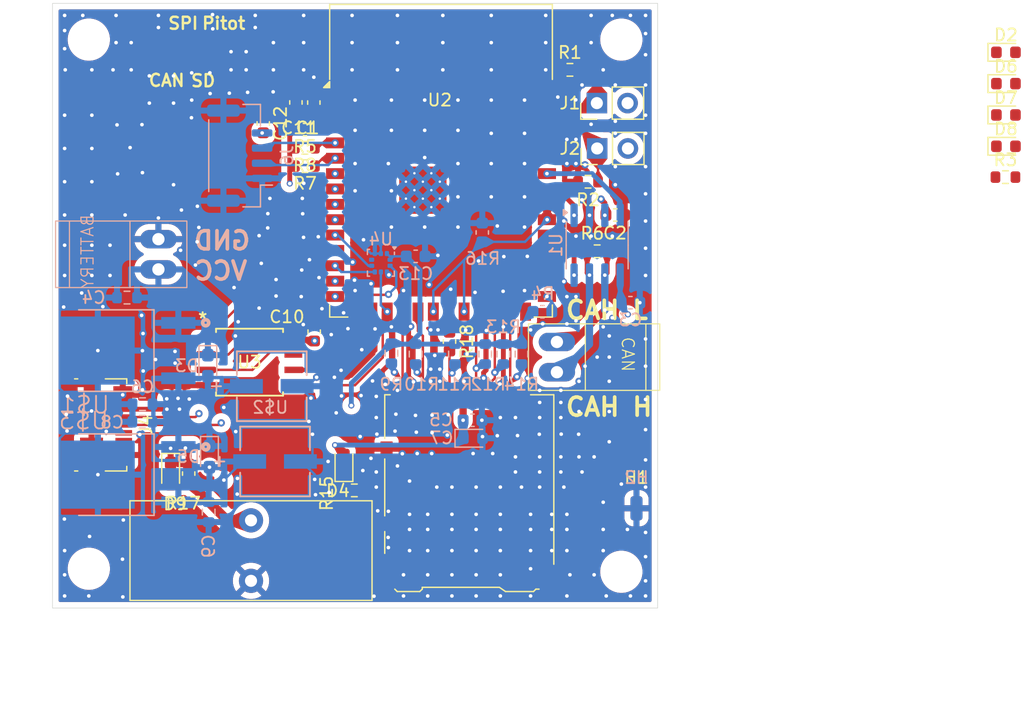
<source format=kicad_pcb>
(kicad_pcb (version 20240108) (generator "pcbnew") (generator_version "8.0")
  (layers (0 "F.Cu" signal) (1 "In1.Cu" signal) (2 "In2.Cu" signal) (3 "In3.Cu" signal) (4 "In4.Cu" signal) (5 "In5.Cu" signal) (6 "In6.Cu" signal) (31 "B.Cu" signal) (34 "B.Paste" user) (35 "F.Paste" user) (36 "B.SilkS" user "B.Silkscreen") (37 "F.SilkS" user "F.Silkscreen") (38 "B.Mask" user) (39 "F.Mask" user) (44 "Edge.Cuts" user))
  (net 0 "")
  (net 1 "GND")
  (net 2 "+5V")
  (net 3 "+3.3V")
  (net 4 "VCC")
  (net 5 "Net-(U2-IO0)")
  (net 6 "/DEV_INPUT1")
  (net 7 "/pitot_SDA")
  (net 8 "/pitot_SCL")
  (net 9 "/DEV_INPUT2")
  (net 10 "/DAT0_GPIO2")
  (net 11 "/DAT2_GPIO12")
  (net 12 "/DAT1_GPIO4")
  (net 13 "/DAT3_GPIO13")
  (net 14 "/CMD_GPIO15")
  (net 15 "/CLK_GPIO14")
  (net 16 "/CANL")
  (net 17 "/CANH")
  (net 18 "/RX_CAN")
  (net 19 "/TX_CAN")
  (net 20 "/SELECT_CAN")
  (net 21 "/MOSI_2")
  (net 22 "/CS_2")
  (net 23 "/CLK_2")
  (net 24 "/MISO_2")
  (net 25 "Net-(D4-K)")
  (net 27 "Net-(J4-D+)")
  (net 28 "Net-(J4-D-)")
  (net 29 "Net-(J7-DET_A)")
  (net 30 "Net-(U2-EN)")
  (net 38 "/LED_2")
  (net 39 "/LED_3")
  (net 40 "/LED_4")
  (net 41 "/LED_5")
  (net 42 "/TO_GND")
  (net 43 "/CON+")
  (net 45 "/CS_1")
  (net 46 "Net-(D2-K)")
  (net 47 "Net-(J7-CLK)")
  (footprint "MountingHole:MountingHole_3mm" (layer "F.Cu") (at 103 116.75)
    (property "Reference" "REF**" (hide yes))
    (property "Value" "MountingHole_3mm")
  )
  (footprint "Capacitor_SMD:C_0603_1608Metric" (layer "F.Cu") (at 132.8 97.97 -90)
    (property "Reference" "R18")
    (property "Value" "33")
  )
  (footprint "Capacitor_THT:C_Disc_D8.0mm_W5.0mm_P5.00mm" (layer "F.Cu") (at 116.4 117.75 90)
    (property "Reference" "U$5" (hide yes))
    (property "Value" "VEC5R4355QG-I")
  )
  (footprint "LED_SMD:LED_0603_1608Metric" (layer "F.Cu") (at 124.08 108.05 90)
    (property "Reference" "D4")
    (property "Value" "LED")
  )
  (footprint "Capacitor_SMD:C_0603_1608Metric" (layer "F.Cu") (at 111.25 108.88 -90)
    (property "Reference" "R17")
    (property "Value" "100")
  )
  (footprint "Resistor_SMD:R_0603_1608Metric" (layer "F.Cu") (at 144.25 84.75)
    (property "Reference" "R2")
    (property "Value" "10k")
  )
  (footprint "Capacitor_SMD:C_0603_1608Metric" (layer "F.Cu") (at 120.11 78.195 90)
    (property "Reference" "C11")
    (property "Value" "0.1μF")
  )
  (footprint "Resistor_SMD:R_0603_1608Metric" (layer "F.Cu") (at 142.75 75.5)
    (property "Reference" "R1")
    (property "Value" "10k")
  )
  (footprint "Connector_USB:USB_Micro-B_Molex_47346-0001" (layer "F.Cu") (at 104.425 104.8575 -90)
    (property "Reference" "J4")
    (property "Value" "USB_B_Micro")
  )
  (footprint "Diode_SMD:D_0603_1608Metric_Pad1.05x0.95mm_HandSolder" (layer "F.Cu") (at 109.76 108.88 -90)
    (property "Reference" "D9")
    (property "Value" "CGRM400-G")
  )
  (footprint "LED_SMD:LED_0603_1608Metric" (layer "F.Cu") (at 178.775 81.82)
    (property "Reference" "D8")
    (property "Value" "LED")
  )
  (footprint "Resistor_SMD:R_0603_1608Metric" (layer "F.Cu") (at 178.735 84.37)
    (property "Reference" "R3")
    (property "Value" "1k")
  )
  (footprint "MountingHole:MountingHole_3mm" (layer "F.Cu") (at 103 73)
    (property "Reference" "REF**" (hide yes))
    (property "Value" "MountingHole_3mm" (hide yes))
  )
  (footprint "Capacitor_SMD:C_0603_1608Metric" (layer "F.Cu") (at 146.5 87.5)
    (property "Reference" "C2")
    (property "Value" "0.1μ")
  )
  (footprint "Resistor_SMD:R_0603_1608Metric" (layer "F.Cu") (at 124.9375 110.27 180)
    (property "Reference" "R15")
    (property "Value" "100")
  )
  (footprint "Connector_PinHeader_2.54mm:PinHeader_1x02_P2.54mm_Vertical" (layer "F.Cu") (at 144.975 78.25 90)
    (property "Reference" "J1")
    (property "Value" "Conn_01x02_Pin")
  )
  (footprint "LED_SMD:LED_0603_1608Metric" (layer "F.Cu") (at 178.775 79.23)
    (property "Reference" "D7")
    (property "Value" "LED")
  )
  (footprint "Connector_Card:microSD_HC_Hirose_DM3AT-SF-PEJM5" (layer "F.Cu") (at 134.425 110.25)
    (property "Reference" "J7" (hide yes))
    (property "Value" "Micro_SD_Card_Det_Hirose_DM3AT")
  )
  (footprint "Resistor_SMD:R_0603_1608Metric" (layer "F.Cu") (at 120.85 81.95 180)
    (property "Reference" "R8")
    (property "Value" "4.7k")
  )
  (footprint "MountingHole:MountingHole_3mm" (layer "F.Cu") (at 147 117)
    (property "Reference" "REF**" (hide yes))
    (property "Value" "MountingHole_3mm")
  )
  (footprint "Resistor_SMD:R_0603_1608Metric" (layer "F.Cu") (at 145 90.5 180)
    (property "Reference" "R6")
    (property "Value" "120")
  )
  (footprint "Capacitor_SMD:C_0603_1608Metric" (layer "F.Cu") (at 121.62 97.1443 90)
    (property "Reference" "C10")
    (property "Value" "0.1μ")
  )
  (footprint "Connector_Wire:SolderWirePad_1x01_SMD_1x2mm" (layer "F.Cu") (at 148.25 111.75)
    (property "Reference" "H1")
    (property "Value" "MountingHole_Pad_MP")
  )
  (footprint "Connector_PinHeader_2.54mm:PinHeader_1x02_P2.54mm_Vertical" (layer "F.Cu") (at 145 82 90)
    (property "Reference" "J2")
    (property "Value" "Conn_01x02_Pin")
  )
  (footprint "LED_SMD:LED_0603_1608Metric" (layer "F.Cu") (at 178.775 74.05)
    (property "Reference" "D2")
    (property "Value" "LED")
  )
  (footprint "Resistor_SMD:R_0603_1608Metric" (layer "F.Cu") (at 120.855 83.46 180)
    (property "Reference" "R7")
    (property "Value" "4.7k")
  )
  (footprint "RF_Module:ESP32-S3-WROOM-1" (layer "F.Cu") (at 132.1 82.99)
    (property "Reference" "U2")
    (property "Value" "ESP32-S3-WROOM-1" (hide yes))
  )
  (footprint "LED_SMD:LED_0603_1608Metric" (layer "F.Cu") (at 178.775 76.64)
    (property "Reference" "D6")
    (property "Value" "LED")
  )
  (footprint "Capacitor_SMD:C_0603_1608Metric" (layer "F.Cu") (at 120.86 80.44)
    (property "Reference" "R5")
    (property "Value" "R")
  )
  (footprint "Capacitor_SMD:C_0603_1608Metric" (layer "F.Cu") (at 117.41 79.93 -90)
    (property "Reference" "C12")
    (property "Value" "0.1μ")
  )
  (footprint "Capacitor_SMD:C_0603_1608Metric" (layer "F.Cu") (at 121.59 78.205 90)
    (property "Reference" "C1")
    (property "Value" "10μF")
  )
  (footprint "MountingHole:MountingHole_3mm" (layer "F.Cu") (at 147 73)
    (property "Reference" "REF**" (hide yes))
    (property "Value" "MountingHole_3mm" (hide yes))
  )
  (footprint "S25FL127:SOC008_SPA" (layer "F.Cu") (at 116.2795 99.6693)
    (property "Reference" "U3")
    (property "Value" "S25FL127SABNFI100")
  )
  (footprint "Library:ILG2pin" (layer "F.Cu") (at 141.675 99.25 -90)
    (property "Reference" "CAN")
    (property "Value" "~")
  )
  (footprint "Capacitor_SMD:C_0603_1608Metric" (layer "B.Cu") (at 134.7 104.47)
    (property "Reference" "C5")
    (property "Value" "0.1μ")
  )
  (footprint "Connector_JST:JST_GH_SM04B-GHS-TB_1x04-1MP_P1.25mm_Horizontal" (layer "B.Cu") (at 115.47 82.595 90)
    (property "Reference" "J6")
    (property "Value" "to_pitot")
  )
  (footprint "Resistor_SMD:R_0603_1608Metric" (layer "B.Cu") (at 128 98.925 90)
    (property "Reference" "R9")
    (property "Value" "10K")
  )
  (footprint "Capacitor_SMD:C_0603_1608Metric" (layer "B.Cu") (at 135.51 88.945 90)
    (property "Reference" "R16")
    (property "Value" "10k")
  )
  (footprint "Resistor_SMD:R_0603_1608Metric" (layer "B.Cu") (at 106.155 94.33 180)
    (property "Reference" "C4")
    (property "Value" "0.33μF")
  )
  (footprint "Resistor_SMD:R_0603_1608Metric" (layer "B.Cu") (at 107.435 103.14 180)
    (property "Reference" "C6")
    (property "Value" "2.2μF")
  )
  (footprint "Library:ILG2pin" (layer "B.Cu") (at 108.75 90.75 -90)
    (property "Reference" "BATTERY")
    (property "Value" "L2")
  )
  (footprint "Resistor_SMD:R_0603_1608Metric" (layer "B.Cu") (at 137.25 99 90)
    (property "Reference" "R13")
    (property "Value" "10K")
  )
  (footprint "Package_SO:SOIC-8_3.9x4.9mm_P1.27mm" (layer "B.Cu") (at 145 90 -90)
    (property "Reference" "U1")
    (property "Value" "MCP2562-E-SN")
  )
  (footprint "Resistor_SMD:R_0603_1608Metric" (layer "B.Cu") (at 112.9 112.065 -90)
    (property "Reference" "C9")
    (property "Value" "2.2μF")
  )
  (footprint "Resistor_SMD:R_0603_1608Metric" (layer "B.Cu") (at 133.25 99 90)
    (property "Reference" "R11")
    (property "Value" "10K")
  )
  (footprint "Capacitor_SMD:C_0603_1608Metric" (layer "B.Cu") (at 130.005 90.92)
    (property "Reference" "C13")
    (property "Value" "0.1μ")
  )
  (footprint "footprint:DPAK229P990X238-4N" (layer "B.Cu") (at 106.26 108.97 -90)
    (property "Reference" "U$3")
    (property "Value" "NJM2391DL1-33")
  )
  (footprint "Resistor_SMD:R_0603_1608Metric" (layer "B.Cu") (at 135.75 99 90)
    (property "Reference" "R12")
    (property "Value" "10K")
  )
  (footprint "Diode_SMD:D_0603_1608Metric_Pad1.05x0.95mm_HandSolder" (layer "B.Cu") (at 112.835 99.9625 -90)
    (property "Reference" "D3")
    (property "Value" "CGRM400-G")
  )
  (footprint "footprints:PCAP_5x5.8-ELECT_NCA" (layer "B.Cu") (at 118.1155 101.66)
    (property "Reference" "U$2")
    (property "Value" "UCD0J470MCL1GS")
  )
  (footprint "Diode_SMD:D_0603_1608Metric" (layer "B.Cu") (at 134.74 105.96)
    (property "Reference" "C7")
    (property "Value" "10μ")
  )
  (footprint "Resistor_SMD:R_0603_1608Metric" (layer "B.Cu") (at 138.75 99 90)
    (property "Reference" "R14")
    (property "Value" "10K")
  )
  (footprint "Resistor_SMD:R_0603_1608Metric" (layer "B.Cu") (at 130 99 90)
    (property "Reference" "R10")
    (property "Value" "10K" (hide yes))
  )
  (footprint "Resistor_SMD:R_0603_1608Metric" (layer "B.Cu") (at 107.425 104.6 180)
    (property "Reference" "C8")
    (property "Value" "0.33μ")
  )
  (footprint "Capacitor_SMD:C_0603_1608Metric" (layer "B.Cu") (at 140.475 95.5)
    (property "Reference" "R4")
    (property "Value" "R")
  )
  (footprint "Connector_Wire:SolderWirePad_1x01_SMD_1x2mm" (layer "B.Cu") (at 148.25 111.75 180)
    (property "Reference" "H2")
    (property "Value" "MountingHole_Pad_MP")
  )
  (footprint "footprints:PCAP_5x5.8-ELECT_NCA" (layer "B.Cu") (at 118.3855 107.88)
    (property "Reference" "U$4" (hide yes))
    (property "Value" "UCD0J470MCL1GS")
  )
  (footprint "Capacitor_SMD:C_0603_1608Metric" (layer "B.Cu") (at 147.75 94.75)
    (property "Reference" "C3")
    (property "Value" "0.1μ")
  )
  (footprint "Diode_SMD:D_0603_1608Metric_Pad1.05x0.95mm_HandSolder" (layer "B.Cu") (at 112.968 107.479 -90)
    (property "Reference" "D5")
    (property "Value" "CGRM400-G")
  )
  (footprint "Package_LGA:ST_HLGA-10_2x2mm_P0.5mm_LayoutBorder3x2y" (layer "B.Cu") (at 127.13 91.4525 180)
    (property "Reference" "U4")
    (property "Value" "LPS22HH")
  )
  (footprint "footprint:DPAK229P990X238-4N" (layer "B.Cu") (at 106.255 98.71 -90)
    (property "Reference" "U$1")
    (property "Value" "NJM2391DL1-33")
  )
  (gr_rect (start 100 70) (end 150 120) (stroke (width 0.05)) (fill none) (layer "Edge.Cuts"))
  (gr_text "GND" (at 116.5 90.5 0) (layer "B.SilkS") (effects (font (size 1.5 1.5) (thickness 0.3) (bold yes)) (justify left bottom mirror)))
  (gr_text "VCC\n" (at 116.25 93 0) (layer "B.SilkS") (effects (font (size 1.5 1.5) (thickness 0.3) (bold yes)) (justify left bottom mirror)))
  (gr_text "CAH L" (at 142.25 96.25 0) (layer "F.SilkS") (effects (font (size 1.5 1.5) (thickness 0.3) (bold yes)) (justify left bottom)))
  (gr_text "CAH H" (at 142.25 104.25 0) (layer "F.SilkS") (effects (font (size 1.5 1.5) (thickness 0.3) (bold yes)) (justify left bottom)))
  (gr_text "SPI" (at 109.45 72.24 -0) (layer "F.SilkS") (effects (font (size 1 1) (thickness 0.2) (bold yes)) (justify left bottom)))
  (gr_text "SD" (at 111.34 76.99 -0) (layer "F.SilkS") (effects (font (size 1 1) (thickness 0.2) (bold yes)) (justify left bottom)))
  (gr_text "Pitot" (at 112.25 72.24 -0) (layer "F.SilkS") (effects (font (size 1 1) (thickness 0.2) (bold yes)) (justify left bottom)))
  (gr_text "CAN" (at 107.85 76.96 -0) (layer "F.SilkS") (effects (font (size 1 1) (thickness 0.2) (bold yes)) (justify left bottom)))
  (segment (start 129.595 96.718268) (end 129.425 96.888268) (width 0.4) (layer "F.Cu") (net 1))
  (segment (start 137.25 101.184998) (end 136.96 101.474998) (width 0.4) (layer "F.Cu") (net 1))
  (segment (start 124.399 100.9193) (end 123.29 100.9193) (width 0.4) (layer "F.Cu") (net 1))
  (segment (start 135.62 100.53) (end 135.83 100.32) (width 0.4) (layer "F.Cu") (net 1))
  (segment (start 137.25 96.75) (end 137.25 101.184998) (width 0.4) (layer "F.Cu") (net 1))
  (segment (start 135.83 100.32) (end 135.83 97.07) (width 0.4) (layer "F.Cu") (net 1))
  (segment (start 129.425 100.897181) (end 129.822489 101.29467) (width 0.4) (layer "F.Cu") (net 1))
  (segment (start 126.649 98.6693) (end 124.399 100.9193) (width 0.4) (layer "F.Cu") (net 1))
  (segment (start 123.29 100.9193) (end 121.819 100.9193) (width 0.4) (layer "F.Cu") (net 1))
  (segment (start 129.62 96.693268) (end 129.62 96.65) (width 0.4) (layer "F.Cu") (net 1))
  (segment (start 126.649 96.9193) (end 126.649 98.6693) (width 0.4) (layer "F.Cu") (net 1))
  (segment (start 135.62 100.99) (end 135.62 100.53) (width 0.4) (layer "F.Cu") (net 1))
  (segment (start 128 99.66) (end 126.44 101.22) (width 0.4) (layer "F.Cu") (net 1))
  (segment (start 128 96.75) (end 128 99.66) (width 0.4) (layer "F.Cu") (net 1))
  (segment (start 127.794104 92.452634) (end 127.794104 92.544104) (width 0.2) (layer "F.Cu") (net 1))
  (segment (start 129.425 96.888268) (end 129.425 100.897181) (width 0.4) (layer "F.Cu") (net 1))
  (segment (start 129.595 96.718268) (end 129.62 96.693268) (width 0.4) (layer "F.Cu") (net 1))
  (segment (start 135.83 97.07) (end 135.85 97.05) (width 0.2) (layer "F.Cu") (net 1))
  (segment (start 136.96 101.474998) (end 137 101.434998) (width 0.4) (layer "F.Cu") (net 1))
  (via (at 128 88.5) (size 0.6) (drill 0.3) (layers "F.Cu" "B.Cu") (net 1))
  (via (at 100.92 95.11) (size 0.6) (drill 0.3) (layers "F.Cu" "B.Cu") (net 1))
  (via (at 142.25 110) (size 0.6) (drill 0.3) (layers "F.Cu" "B.Cu") (net 1))
  (via (at 124.95 92.89) (size 0.6) (drill 0.3) (layers "F.Cu" "B.Cu") (net 1))
  (via (at 141.25 113.5) (size 0.6) (drill 0.3) (layers "F.Cu" "B.Cu") (net 1))
  (via (at 105 75.5) (size 0.6) (drill 0.3) (layers "F.Cu" "B.Cu") (net 1))
  (via (at 101 71) (size 0.6) (drill 0.3) (layers "F.Cu" "B.Cu") (net 1))
  (via (at 135 112.25) (size 0.6) (drill 0.3) (layers "F.Cu" "B.Cu") (net 1))
  (via (at 142.5 96.5) (size 0.5) (drill 0.3) (layers "F.Cu" "B.Cu") (net 1))
  (via (at 118.25 73.25) (size 0.6) (drill 0.3) (layers "F.Cu" "B.Cu") (net 1))
  (via (at 142.25 93) (size 0.5) (drill 0.3) (layers "F.Cu" "B.Cu") (net 1))
  (via (at 125.49 102.43) (size 0.6) (drill 0.3) (layers "F.Cu" "B.Cu") (net 1))
  (via (at 142.75 117.25) (size 0.6) (drill 0.3) (layers "F.Cu" "B.Cu") (net 1))
  (via (at 143.25 83.25) (size 0.6) (drill 0.3) (layers "F.Cu" "B.Cu") (net 1))
  (via (at 133 113.5) (size 0.6) (drill 0.3) (layers "F.Cu" "B.Cu") (net 1))
  (via (at 113.24 72.11) (size 0.6) (drill 0.3) (layers "F.Cu" "B.Cu") (net 1))
  (via (at 107.43 98.72) (size 0.6) (drill 0.3) (layers "F.Cu" "B.Cu") (net 1))
  (via (at 129.822489 101.29467) (size 0.5) (drill 0.3) (layers "F.Cu" "B.Cu") (net 1))
  (via (at 143.25 96.25) (size 0.5) (drill 0.3) (layers "F.Cu" "B.Cu") (net 1))
  (via (at 128.3 105.37) (size 0.6) (drill 0.3) (layers "F.Cu" "B.Cu") (net 1))
  (via (at 101 82) (size 0.6) (drill 0.3) (layers "F.Cu" "B.Cu") (net 1))
  (via (at 135 117.25) (size 0.6) (drill 0.3) (layers "F.Cu" "B.Cu") (net 1))
  (via (at 135 110) (size 0.6) (drill 0.3) (layers "F.Cu" "B.Cu") (net 1))
  (via (at 120.59 92.05) (size 0.6) (drill 0.3) (layers "F.Cu" "B.Cu") (net 1))
  (via (at 134 101.25) (size 0.5) (drill 0.3) (layers "F.Cu" "B.Cu") (net 1))
  (via (at 124.75 75.5) (size 0.6) (drill 0.3) (layers "F.Cu" "B.Cu") (net 1))
  (via (at 140.75 73.25) (size 0.6) (drill 0.3) (layers "F.Cu" "B.Cu") (net 1))
  (via (at 121.18 104.57) (size 0.6) (drill 0.3) (layers "F.Cu" "B.Cu") (net 1))
  (via (at 149 74.25) (size 0.6) (drill 0.3) (layers "F.Cu" "B.Cu") (net 1))
  (via (at 110 85) (size 0.6) (drill 0.3) (layers "F.Cu" "B.Cu") (net 1))
  (via (at 101 87.5) (size 0.6) (drill 0.3) (layers "F.Cu" "B.Cu") (net 1))
  (via (at 145.75 119) (size 0.6) (drill 0.3) (layers "F.Cu" "B.Cu") (net 1))
  (via (at 132 100.25) (size 0.5) (drill 0.3) (layers "F.Cu" "B.Cu") (net 1))
  (via (at 115.34 96.33) (size 0.6) (drill 0.3) (layers "F.Cu" "B.Cu") (net 1))
  (via (at 118.47 94.2) (size 0.6) (drill 0.3) (layers "F.Cu" "B.Cu") (net 1))
  (via (at 114.61 77.43) (size 0.6) (drill 0.3) (layers "F.Cu" "B.Cu") (net 1))
  (via (at 143.23 77.98) (size 0.6) (drill 0.3) (layers "F.Cu" "B.Cu") (net 1))
  (via (at 149 76.75) (size 0.6) (drill 0.3) (layers "F.Cu" "B.Cu") (net 1))
  (via (at 116.75 72) (size 0.6) (drill 0.3) (layers "F.Cu" "B.Cu") (net 1))
  (via (at 110.58 90.42) (size 0.6) (drill 0.3) (layers "F.Cu" "B.Cu") (net 1))
  (via (at 135.85 97.05) (size 0.6) (drill 0.3) (layers "F.Cu" "B.Cu") (net 1))
  (via (at 126.32 93.18) (size 0.6) (drill 0.3) (layers "F.Cu" "B.Cu") (net 1))
  (via (at 145.5 115.25) (size 0.6) (drill 0.3) (layers "F.Cu" "B.Cu") (net 1))
  (via (at 137.29 90.94) (size 0.6) (drill 0.3) (layers "F.Cu" "B.Cu") (net 1))
  (via (at 142.5 113.5) (size 0.6) (drill 0.3) (layers "F.Cu" "B.Cu") (net 1))
  (via (at 141.25 115.25) (size 0.6) (drill 0.3) (layers "F.Cu" "B.Cu") (net 1))
  (via (at 145 99.25) (size 0.6) (drill 0.3) (layers "F.Cu" "B.Cu") (net 1))
  (via (at 146.5 79.75) (size 0.6) (drill 0.3) (layers "F.Cu" "B.Cu") (net 1))
  (via (at 144.5 71) (size 0.6) (drill 0.3) (layers "F.Cu" "B.Cu") (net 1))
  (via (at 139.23 90.92) (size 0.6) (drill 0.3) (layers "F.Cu" "B.Cu") (net 1))
  (via (at 101 90) (size 0.6) (drill 0.3) (layers "F.Cu" "B.Cu") (net 1))
  (via (at 149 115.75) (size 0.6) (drill 0.3) (layers "F.Cu" "B.Cu") (net 1))
  (via (at 111.81 91.64) (size 0.6) (drill 0.3) (layers "F.Cu" "B.Cu") (net 1))
  (via (at 141.75 77.75) (size 0.6) (drill 0.3) (layers "F.Cu" "B.Cu") (net 1))
  (via (at 126.75 108.75) (size 0.6) (drill 0.3) (layers "F.Cu" "B.Cu") (net 1))
  (via (at 142 103) (size 0.6) (drill 0.3) (layers "F.Cu" "B.Cu") (net 1))
  (via (at 140.25 102) (size 0.6) (drill 0.3) (layers "F.Cu" "B.Cu") (net 1))
  (via (at 149 117.75) (size 0.6) (drill 0.3) (layers "F.Cu" "B.Cu") (net 1))
  (via (at 101.05 75.5) (size 0.6) (drill 0.3) (layers "F.Cu" "B.Cu") (net 1))
  (via (at 115.26 110.58) (size 0.6) (drill 0.3) (layers "F.Cu" "B.Cu") (net 1))
  (via (at 120.76 84.88) (size 0.6) (drill 0.3) (layers "F.Cu" "B.Cu") (net 1))
  (via (at 143.5 103.75) (size 0.6) (drill 0.3) (layers "F.Cu" "B.Cu") (net 1))
  (via (at 123.29 100.9193) (size 0.6) (drill 0.3) (layers "F.Cu" "B.Cu") (net 1))
  (via (at 122.26 95.25) (size 0.6) (drill 0.3) (layers "F.Cu" "B.Cu") (net 1))
  (via (at 137 112.25) (size 0.6) (drill 0.3) (layers "F.Cu" "B.Cu") (net 1))
  (via (at 135.475 104.47) (size 0.6) (drill 0.3) (layers "F.Cu" "B.Cu") (net 1))
  (via (at 131.58 99.11) (size 0.5) (drill 0.3) (layers "F.Cu" "B.Cu") (net 1))
  (via (at 142 102) (size 0.6) (drill 0.3) (layers "F.Cu" "B.Cu") (net 1))
  (via (at 118.47 92.84) (size 0.6) (drill 0.3) (layers "F.Cu" "B.Cu") (net 1))
  (via (at 118.25 75.5) (size 0.6) (drill 0.3) (layers "F.Cu" "B.Cu") (net 1))
  (via (at 102.41 93.95) (size 0.6) (drill 0.3) (layers "F.Cu" "B.Cu") (net 1))
  (via (at 124.75 73.25) (size 0.6) (drill 0.3) (layers "F.Cu" "B.Cu") (net 1))
  (via (at 149 85.75) (size 0.6) (drill 0.3) (layers "F.Cu" "B.Cu") (net 1))
  (via (at 137 119) (size 0.6) (drill 0.3) (layers "F.Cu" "B.Cu") (net 1))
  (via (at 126.75 110) (size 0.6) (drill 0.3) (layers "F.Cu" "B.Cu") (net 1))
  (via (at 149 92.5) (size 0.6) (drill 0.3) (layers "F.Cu" "B.Cu") (net 1))
  (via (at 133 115.25) (size 0.6) (drill 0.3) (layers "F.Cu" "B.Cu") (net 1))
  (via (at 146 99.25) (size 0.6) (drill 0.3) (layers "F.Cu" "B.Cu") (net 1))
  (via (at 101 115.25) (size 0.6) (drill 0.3) (layers "F.Cu" "B.Cu") (net 1))
  (via (at 117.25 91.5) (size 0.6) (drill 0.3) (layers "F.Cu" "B.Cu") (net 1))
  (via (at 116 74) (size 0.6) (drill 0.3) (layers "F.Cu" "B.Cu") (net 1))
  (via (at 149 119) (size 0.6) (drill 0.3) (layers "F.Cu" "B.Cu") (net 1))
  (via (at 143.47 105.63) (size 0.6) (drill 0.3) (layers "F.Cu" "B.Cu") (net 1))
  (via (at 136.25 78) (size 0.6) (drill 0.3) (layers "F.Cu" "B.Cu") (net 1))
  (via (at 124.05 95.59) (size 0.6) (drill 0.3) (layers "F.Cu" "B.Cu") (net 1))
  (via (at 138.25 104.25) (size 0.6) (drill 0.3) (layers "F.Cu" "B.Cu") (net 1))
  (via (at 126.87 111.96) (size 0.6) (drill 0.3) (layers "F.Cu" "B.Cu") (net 1))
  (via (at 127.75 115) (size 0.6) (drill 0.3) (layers "F.Cu" "B.Cu") (net 1))
  (via (at 141.25 112.25) (size 0.6) (drill 0.3) (layers "F.Cu" "B.Cu") (net 1))
  (via (at 123.03 97.39) (size 0.6) (drill 0.3) (layers "F.Cu" "B.Cu") (net 1))
  (via (at 106.5 73.25) (size 0.6) (drill 0.3) (layers "F.Cu" "B.Cu") (net 1))
  (via (at 114.75 74) (size 0.6) (drill 0.3) (layers "F.Cu" "B.Cu") (net 1))
  (via (at 149 79.25) (size 0.6) (drill 0.3) (layers "F.Cu" "B.Cu") (net 1))
  (via (at 144.5 73.25) (size 0.6) (drill 0.3) (layers "F.Cu" "B.Cu") (net 1))
  (via (at 146.25 89.25) (size 0.6) (drill 0.3) (layers "F.Cu" "B.Cu") (net 1))
  (via (at 131.85 97) (size 0.5) (drill 0.3) (layers "F.Cu" "B.Cu") (net 1))
  (via (at 135 115.25) (size 0.6) (drill 0.3) (layers "F.Cu" "B.Cu") (net 1))
  (via (at 137 115.25) (size 0.6) (drill 0.3) (layers "F.Cu" "B.Cu") (net 1))
  (via (at 111.5 75.75) (size 0.6) (drill 0.3) (layers "F.Cu" "B.Cu") (net 1))
  (via (at 103.25 90) (size 0.6) (drill 0.3) (layers "F.Cu" "B.Cu") (net 1))
  (via (at 107.48 97.3) (size 0.6) (drill 0.3) (layers "F.Cu" "B.Cu") (net 1))
  (via (at 149 90.25) (size 0.6) (drill 0.3) (layers "F.Cu" "B.Cu") (net 1))
  (via (at 103 119) (size 0.6) (drill 0.3) (layers "F.Cu" "B.Cu") (net 1))
  (via (at 149 83.5) (size 0.6) (drill 0.3) (layers "F.Cu" "B.Cu") (net 1))
  (via (at 103.25 92.5) (size 0.6) (drill 0.3) (layers "F.Cu" "B.Cu") (net 1))
  (via (at 125 83.25) (size 0.6) (drill 0.3) (layers "F.Cu" "B.Cu") (net 1))
  (via (at 110 76) (size 0.6) (drill 0.3) (layers "F.Cu" "B.Cu") (net 1))
  (via (at 137 113.5) (size 0.6) (drill 0.3) (layers "F.Cu" "B.Cu") (net 1))
  (via (at 135 119) (size 0.6) (drill 0.3) (layers "F.Cu" "B.Cu") (net 1))
  (via (at 145.5 111.25) (size 0.6) (drill 0.3) (layers "F.Cu" "B.Cu") (net 1))
  (via (at 137 110) (size 0.6) (drill 0.3) (layers "F.Cu" "B.Cu") (net 1))
  (via (at 143.25 81.25) (size 0.6) (drill 0.3) (layers "F.Cu" "B.Cu") (net 1))
  (via (at 120.75 73.25) (size 0.6) (drill 0.3) (layers "F.Cu" "B.Cu") (net 1))
  (via (at 146 101.25) (size 0.6) (drill 0.3) (layers "F.Cu" "B.Cu") (net 1))
  (via (at 129.5 112.25) (size 0.6) (drill 0.3) (layers "F.Cu" "B.Cu") (net 1))
  (via (at 135 113.5) (size 0.6) (drill 0.3) (layers "F.Cu" "B.Cu") (net 1))
  (via (at 137.25 96.75) (size 0.5) (drill 0.3) (layers "F.Cu" "B.Cu") (net 1))
  (via (at 131.36 104.05) (size 0.6) (drill 0.3) (layers "F.Cu" "B.Cu") (net 1))
  (via (at 104.44 105.39) (size 0.6) (drill 0.3) (layers "F.Cu" "B.Cu") (net 1))
  (via (at 123.88 102.46) (size 0.6) (drill 0.3) (layers "F.Cu" "B.Cu") (net 1))
  (via (at 101 92.5) (size 0.6) (drill 0.3) (layers "F.Cu" "B.Cu") (net 1))
  (via (at 125.64 108.63) (size 0.6) (drill 0.3) (layers "F.Cu" "B.Cu") (net 1))
  (via (at 140.75 71) (size 0.6) (drill 0.3) (layers "F.Cu" "B.Cu") (net 1))
  (via (at 126.649 96.9193) (size 0.6) (drill 0.3) (layers "F.Cu" "B.Cu") (net 1))
  (via (at 114.75 75.5) (size 0.6) (drill 0.3) (layers "F.Cu" "B.Cu") (net 1))
  (via (at 105.81 119.08) (size 0.6) (drill 0.3) (layers "F.Cu" "B.Cu") (net 1))
  (via (at 107.39 80.03) (size 0.6) (drill 0.3) (layers "F.Cu" "B.Cu") (net 1))
  (via (at 129 93.75) (size 0.6) (drill 0.3) (layers "F.Cu" "B.Cu") (net 1))
  (via (at 132.25 73.25) (size 0.6) (drill 0.3) (layers "F.Cu" "B.Cu") (net 1))
  (via (at 127.75 83.25) (size 0.6) (drill 0.3) (layers "F.Cu" "B.Cu") (net 1))
  (via (at 128 78) (size 0.6) (drill 0.3) (layers "F.Cu" "B.Cu") (net 1))
  (via (at 129 117.25) (size 0.6) (drill 0.3) (layers "F.Cu" "B.Cu") (net 1))
  (via (at 126.56 119.02) (size 0.6) (drill 0.3) (layers "F.Cu" "B.Cu") (net 1))
  (via (at 130.75 80.5) (size 0.6) (drill 0.3) (layers "F.Cu" "B.Cu") (net 1))
  (via (at 121.48 105.63) (size 0.6) (drill 0.3) (layers "F.Cu" "B.Cu") (net 1))
  (via (at 125 78) (size 0.6) (drill 0.3) (layers "F.Cu" "B.Cu") (net 1))
  (via (at 100.98 112.64) (size 0.6) (drill 0.3) (layers "F.Cu" "B.Cu") (net 1))
  (via (at 126.75 102.5) (size 0.6) (drill 0.3) (layers "F.Cu" "B.Cu") (net 1))
  (via (at 117.07 95.2) (size 0.6) (drill 0.3) (layers "F.Cu" "B.Cu") (net 1))
  (via (at 127.73 114.16) (size 0.6) (drill 0.3) (layers "F.Cu" "B.Cu") (net 1))
  (via (at 124.75 71) (size 0.6) (drill 0.3) (layers "F.Cu" "B.Cu") (net 1))
  (via (at 137.23 93.81) (size 0.6) (drill 0.3) (layers "F.Cu" "B.Cu") (net 1))
  (via (at 142.5 119) (size 0.6) (drill 0.3) (layers "F.Cu" "B.Cu") (net 1))
  (via (at 135.2 91.3) (size 0.6) (drill 0.3) (layers "F.Cu" "B.Cu") (net 1))
  (via (at 106.5 75.5) (size 0.6) (drill 0.3) (layers "F.Cu" "B.Cu") (net 1))
  (via (at 136.25 73.25) (size 0.6) (drill 0.3) (layers "F.Cu" "B.Cu") (net 1))
  (via (at 133.5 88.5) (size 0.6) (drill 0.3) (layers "F.Cu" "B.Cu") (net 1))
  (via (at 125.695 89.55) (size 0.6) (drill 0.3) (layers "F.Cu" "B.Cu") (net 1))
  (via (at 146.5 76.75) (size 0.6) (drill 0.3) (layers "F.Cu" "B.Cu") (net 1))
  (via (at 138.75 110) (size 0.6) (drill 0.3) (layers "F.Cu" "B.Cu") (net 1))
  (via (at 131.25 101.25) (size 0.5) (drill 0.3) (layers "F.Cu" "B.Cu") (net 1))
  (via (at 103.225 103.7075) (size 0.6) (drill 0.3) (layers "F.Cu" "B.Cu") (net 1))
  (via (at 131 112.25) (size 0.6) (drill 0.3) (layers "F.Cu" "B.Cu") (net 1))
  (via (at 129.5 115.25) (size 0.6) (drill 0.3) (layers "F.Cu" "B.Cu") (net 1))
  (via (at 128 85.5) (size 0.6) (drill 0.3) (layers "F.Cu" "B.Cu") (net 1))
  (via (at 140.25 110) (size 0.6) (drill 0.3) (layers "F.Cu" "B.Cu") (net 1))
  (via (at 103.745 98.71) (size 0.6) (drill 0.3) (layers "F.Cu" "B.Cu") (net 1))
  (via (at 128.37 103.97) (size 0.6) (drill 0.3) (layers "F.Cu" "B.Cu") (net 1))
  (via (at 124.41 96.9) (size 0.6) (drill 0.3) (layers "F.Cu" "B.Cu") (net 1))
  (via (at 140.22 105.63) (size 0.6) (drill 0.3) (layers "F.Cu" "B.Cu") (net 1))
  (via (at 103.25 82) (size 0.6) (drill 0.3) (layers "F.Cu" "B.Cu") (net 1))
  (via (at 142 107.5) (size 0.6) (drill 0.3) (layers "F.Cu" "B.Cu") (net 1))
  (via (at 146 106.25) (size 0.6) (drill 0.3) (layers "F.Cu" "B.Cu") (net 1))
  (via (at 136.25 86) (size 0.6) (drill 0.3) (layers "F.Cu" "B.Cu") (net 1))
  (via (at 115 93.5) (size 0.6) (drill 0.3) (layers "F.Cu" "B.Cu") (net 1))
  (via (at 126.44 101.22) (size 0.6) (drill 0.3) (layers "F.Cu" "B.Cu") (net 1))
  (via (at 105.38 84.1) (size 0.6) (drill 0.3) (layers "F.Cu" "B.Cu") (net 1))
  (via (at 138.42 105.74) (size 0.6) (drill 0.3) (layers "F.Cu" "B.Cu") (net 1))
  (via (at 128.903321 107.241004) (size 0.6) (drill 0.3) (layers "F.Cu" "B.Cu") (net 1))
  (via (at 108.75 72) (size 0.6) (drill 0.3) (layers "F.Cu" "B.Cu") (net 1))
  (via (at 136.75 88.41) (size 0.6) (drill 0.3) (layers "F.Cu" "B.Cu") (net 1))
  (via (at 144 100) (size 0.6) (drill 0.3) (layers "F.Cu" "B.Cu") (net 1))
  (via (at 130.131283 107.225) (size 0.6) (drill 0.3) (layers "F.Cu" "B.Cu") (net 1))
  (via (at 140.75 75.5) (size 0.6) (drill 0.3) (layers "F.Cu" "B.Cu") (net 1))
  (via (at 145.5 96.75) (size 0.5) (drill 0.3) (layers "F.Cu" "B.Cu") (net 1))
  (via (at 133.5 78) (size 0.6) (drill 0.3) (layers "F.Cu" "B.Cu") (net 1))
  (via (at 108.75 87.75) (size 0.6) (drill 0.3) (layers "F.Cu" "B.Cu") (net 1))
  (via (at 144.75 117.25) (size 0.6) (drill 0.3) (layers "F.Cu" "B.Cu") (net 1))
  (via (at 139.5 97) (size 0.6) (drill 0.3) (layers "F.Cu" "B.Cu") (net 1))
  (via (at 128.5 75.5) (size 0.6) (drill 0.3) (layers "F.Cu" "B.Cu") (net 1))
  (via (at 149 88) (size 0.6) (drill 0.3) (layers "F.Cu" "B.Cu") (net 1))
  (via (at 133 110) (size 0.6) (drill 0.3) (layers "F.Cu" "B.Cu") (net 1))
  (via (at 131.117078 93.264393) (size 0.6) (drill 0.3) (layers "F.Cu" "B.Cu") (net 1))
  (via (at 149 71) (size 0.6) (drill 0.3) (layers "F.Cu" "B.Cu") (net 1))
  (via (at 142.25 88) (size 0.6) (drill 0.3) (layers "F.Cu" "B.Cu") (net 1))
  (via (at 125 93.75) (size 0.6) (drill 0.3) (layers "F.Cu" "B.Cu") (net 1))
  (via (at 129.5 109.5) (size 0.6) (drill 0.3) (layers "F.Cu" "B.Cu") (net 1))
  (via (at 111.48 79.46) (size 0.6) (drill 0.3) (layers "F.Cu" "B.Cu") (net 1))
  (via (at 125.55 98.64) (size 0.6) (drill 0.3) (layers "F.Cu" "B.Cu") (net 1))
  (via (at 142 104.25) (size 0.6) (drill 0.3) (layers "F.Cu" "B.Cu") (net 1))
  (via (at 129.595 96.718268) (size 0.6) (drill 0.3) (layers "F.Cu" "B.Cu") (net 1))
  (via (at 140.25 104.25) (size 0.6) (drill 0.3) (layers "F.Cu" "B.Cu") (net 1))
  (via (at 101 117.25) (size 0.6) (drill 0.3) (layers "F.Cu" "B.Cu") (net 1))
  (via (at 132 101.25) (size 0.5) (drill 0.3) (layers "F.Cu" "B.Cu") (net 1))
  (via (at 120.67 87.4) (size 0.6) (drill 0.3) (layers "F.Cu" "B.Cu") (net 1))
  (via (at 143.75 108.75) (size 0.6) (drill 0.3) (layers "F.Cu" "B.Cu") (net 1))
  (via (at 128 80.5) (size 0.6) (drill 0.3) (layers "F.Cu" "B.Cu") (net 1))
  (via (at 104.16 95.08) (size 0.6) (drill 0.3) (layers "F.Cu" "B.Cu") (net 1))
  (via (at 120.55 94.25) (size 0.6) (drill 0.3) (layers "F.Cu" "B.Cu") (net 1))
  (via (at 132.25 71) (size 0.6) (drill 0.3) (layers "F.Cu" "B.Cu") (net 1))
  (via (at 121.66 109.36) (size 0.6) (drill 0.3) (layers "F.Cu" "B.Cu") (net 1))
  (via (at 102.5 71) (size 0.6) (drill 0.3) (layers "F.Cu" "B.Cu") (net 1))
  (via (at 104.75 92.5) (size 0.6) (drill 0.3) (layers "F.Cu" "B.Cu") (net 1))
  (via (at 121.59 76.11) (size 0.6) (drill 0.3) (layers "F.Cu" "B.Cu") (net 1))
  (via (at 105.25 71) (size 0.6) (drill 0.3) (layers "F.Cu" "B.Cu") (net 1))
  (via (at 130.06 105.46) (size 0.6) (drill 0.3) (layers "F.Cu" "B.Cu") (net 1))
  (via (at 138.25 108.75) (size 0.6) (drill 0.3) (layers "F.Cu" "B.Cu") (net 1))
  (via (at 145.5 75.5) (size 0.6) (drill 0.3) (layers "F.Cu" "B.Cu") (net 1))
  (via (at 120.72 96.56) (size 0.6) (drill 0.3) (layers "F.Cu" "B.Cu") (net 1))
  (via (at 144.75 107.5) (size 0.6) (drill 0.3) (layers "F.Cu" "B.Cu") (net 1))
  (via (at 103.75 108.97) (size 0.6) (drill 0.3) (layers "F.Cu" "B.Cu") (net 1))
  (via (at 128.5 73.25) (size 0.6) (drill 0.3) (layers "F.Cu" "B.Cu") (net 1))
  (via (at 101.2 105.36) (size 0.6) (drill 0.3) (layers "F.Cu" "B.Cu") (net 1))
  (via (at 144.365 87.525) (size 0.6) (drill 0.3) (layers "F.Cu" "B.Cu") (net 1))
  (via (at 142.5 94.25) (size 0.5) (drill 0.3) (layers "F.Cu" "B.Cu") (net 1))
  (via (at 101.14 103.99) (size 0.6) (drill 0.3) (layers "F.Cu" "B.Cu") (net 1))
  (via (at 144.5 80) (size 0.6) (drill 0.3) (layers "F.Cu" "B.Cu") (net 1))
  (via (at 106 87.5) (size 0.6) (drill 0.3) (layers "F.Cu" "B.Cu") (net 1))
  (via (at 131 117.25) (size 0.6) (drill 0.3) (layers "F.Cu" "B.Cu") (net 1))
  (via (at 149 107.75) (size 0.6) (drill 0.3) (layers "F.Cu" "B.Cu") (net 1))
  (via (at 130.75 78) (size 0.6) (drill 0.3) (layers "F.Cu" "B.Cu") (net 1))
  (via (at 143.75 86.25) (size 0.6) (drill 0.3) (layers "F.Cu" "B.Cu") (net 1))
  (via (at 131 119) (size 0.6) (drill 0.3) (layers "F.Cu" "B.Cu") (net 1))
  (via (at 144.5 89.25) (size 0.6) (drill 0.3) (layers "F.Cu" "B.Cu") (net 1))
  (via (at 130.75 88.5) (size 0.6) (drill 0.3) (layers "F.Cu" "B.Cu") (net 1))
  (via (at 146.25 96) (size 0.5) (drill 0.3) (layers "F.Cu" "B.Cu") (net 1))
  (via (at 143.5 107.5) (size 0.6) (drill 0.3) (layers "F.Cu" "B.Cu") (net 1))
  (via (at 122.77 107.88) (size 0.6) (drill 0.3) (layers "F.Cu" "B.Cu") (net 1))
  (via (at 134.14 97.02) (size 0.5) (drill 0.3) (layers "F.Cu" "B.Cu") (net 1))
  (via (at 115.28 109.28) (size 0.6) (drill 0.3) (layers "F.Cu" "B.Cu") (net 1))
  (via (at 103.25 75.5) (size 0.6) (drill 0.3) (layers "F.Cu" "B.Cu") (net 1))
  (via (at 142.5 81.25) (size 0.6) (drill 0.3) (layers "F.Cu" "B.Cu") (net 1))
  (via (at 136.25 80.75) (size 0.6) (drill 0.3) (layers "F.Cu" "B.Cu") (net 1))
  (via (at 132.25 75.5) (size 0.6) (drill 0.3) (layers "F.Cu" "B.Cu") (net 1))
  (via (at 128.5 108.25) (size 0.6) (drill 0.3) (layers "F.Cu" "B.Cu") (net 1))
  (via (at 131 113.5) (size 0.6) (drill 0.3) (layers "F.Cu" "B.Cu") (net 1))
  (via (at 110.65 87.09) (size 0.6) (drill 0.3) (layers "F.Cu" "B.Cu") (net 1))
  (via (at 121.819 100.9193) (size 0.6) (drill 0.3) (layers "F.Cu" "B.Cu") (net 1))
  (via (at 133.5 80.5) (size 0.6) (drill 0.3) (layers "F.Cu" "B.Cu") (net 1))
  (via (at 135.62 100.99) (size 0.6) (drill 0.3) (layers "F.Cu" "B.Cu") (net 1))
  (via (at 108 76) (size 0.6) (drill 0.3) (layers "F.Cu" "B.Cu") (net 1))
  (via (at 133 119) (size 0.6) (drill 0.3) (layers "F.Cu" "B.Cu") (net 1))
  (via (at 103.25 87.5) (size 0.6) (drill 0.3) (layers "F.Cu" "B.Cu") (net 1))
  (via (at 127.794104 92.452634) (size 0.6) (drill 0.3) (layers "F.Cu" "B.Cu") (net 1))
  (via (at 121.73 110.63) (size 0.6) (drill 0.3) (layers "F.Cu" "B.Cu") (net 1))
  (via (at 140.5 96.5) (size 0.5) (drill 0.3) (layers "F.Cu" "B.Cu") (net 1))
  (via (at 140.25 103) (size 0.6) (drill 0.3) (layers "F.Cu" "B.Cu") (net 1))
  (via (at 113 75.75) (size 0.6) (drill 0.3) (layers "F.Cu" "B.Cu") (net 1))
  (via (at 104.75 90) (size 0.6) (drill 0.3) (layers "F.Cu" "B.Cu") (net 1))
  (via (at 146.5 80.75) (size 0.6) (drill 0.3) (layers "F.Cu" "B.Cu") (net 1))
  (via (at 125 85.5) (size 0.6) (drill 0.3) (layers "F.Cu" "B.Cu") (net 1))
  (via (at 129.99 104.07) (size 0.6) (drill 0.3) (layers "F.Cu" "B.Cu") (net 1))
  (via (at 131.25 100.25) (size 0.5) (drill 0.3) (layers "F.Cu" "B.Cu") (net 1))
  (via (at 149 72.5) (size 0.6) (drill 0.3) (layers "F.Cu" "B.Cu") (net 1))
  (via (at 101 119) (size 0.6) (drill 0.3) (layers "F.Cu" "B.Cu") (net 1))
  (via (at 140.25 108.75) (size 0.6) (drill 0.3) (layers "F.Cu" "B.Cu") (net 1))
  (via (at 126.31 107.62) (size 0.6) (drill 0.3) (layers "F.Cu" "B.Cu") (net 1))
  (via (at 142.03 105.62) (size 0.6) (drill 0.3) (layers "F.Cu" "B.Cu") (net 1))
  (via (at 143.75 76.75) (size 0.6) (drill 0.3) (layers "F.Cu" "B.Cu") (net 1))
  (via (at 137 117.25) (size 0.6) (drill 0.3) (layers "F.Cu" "B.Cu") (net 1))
  (via (at 131.75 110) (size 0.6) (drill 0.3) (layers "F.Cu" "B.Cu") (net 1))
  (via (at 125 80.5) (size 0.6) (drill 0.3) (layers "F.Cu" "B.Cu") (net 1))
  (via (at 114.150375 103.410685) (size 0.6) (drill 0.3) (layers "F.Cu" "B.Cu") (net 1))
  (via (at 140.25 107.5) (size 0.6) (drill 0.3) (layers "F.Cu" "B.Cu") (net 1))
  (via (at 127.75 112) (size 0.6) (drill 0.3) (layers "F.Cu" "B.Cu") (net 1))
  (via (at 126.75 104.25) (size 0.6) (drill 0.3) (layers "F.Cu" "B.Cu") (net 1))
  (via (at 107.43 84) (size 0.6) (drill 0.3) (layers "F.Cu" "B.Cu") (net 1))
  (via (at 118.23 77.32) (size 0.6) (drill 0.3) (layers "F.Cu" "B.Cu") (net 1))
  (via (at 113.02 77.46) (size 0.6) (drill 0.3) (layers "F.Cu" "B.Cu") (net 1))
  (via (at 111.5 78) (size 0.5) (drill 0.3) (layers "F.Cu" "B.Cu") (net 1))
  (via (at 139 78) (size 0.6) (drill 0.3) (layers "F.Cu" "B.Cu") (net 1))
  (via (at 146 97.5) (size 0.6) (drill 0.3) (layers "F.Cu" "B.Cu") (net 1))
  (via (at 139.25 101) (size 0.5) (drill 0.3) (layers "F.Cu" "B.Cu") (net 1))
  (via (at 136.37 107.225) (size 0.6) (drill 0.3) (layers "F.Cu" "B.Cu") (net 1))
  (via (at 128.5 102) (size 0.6) (drill 0.3) (layers "F.Cu" "B.Cu") (net 1))
  (via (at 117.07 89.21) (size 0.6) (drill 0.3) (layers "F.Cu" "B.Cu") (net 1))
  (via (at 149 97.75) (size 0.6) (drill 0.3) (layers "F.Cu" "B.Cu") (net 1))
  (via (at 122.02 92.68) (size 0.6) (drill 0.3) (layers "F.Cu" "B.Cu") (net 1))
  (via (at 107.43 101.95) (size 0.6) (drill 0.3) (layers "F.Cu" "B.Cu") (net 1))
  (via (at 128.5 71) (size 0.6) (drill 0.3) (layers "F.Cu" "B.Cu") (net 1))
  (via (at 142.5 115.25) (size 0.6) (drill 0.3) (layers "F.Cu" "B.Cu") (net 1))
  (via (at 101 72.25) (size 0.6) (drill 0.3) (layers "F.Cu" "B.Cu") (net 1))
  (via (at 101 84.75) (size 0.6) (drill 0.3) (layers "F.Cu" "B.Cu") (net 1))
  (via (at 113.22 70.93) (size 0.6) (drill 0.3) (layers "F.Cu" "B.Cu") (net 1))
  (via (at 105.33 80.05) (size 0.6) (drill 0.3) (layers "F.Cu" "B.Cu") (net 1))
  (via (at 116 75.5) (size 0.6) (drill 0.3) (layers "F.Cu" "B.Cu") (net 1))
  (via (at 149 80.75) (size 0.6) (drill 0.3) (layers "F.Cu" "B.Cu") (net 1))
  (via (at 106.41 81.93) (size 0.6) (drill 0.3) (layers "F.Cu" "B.Cu") (net 1))
  (via (at 139.5 116.75) (size 0.6) (drill 0.3) (layers "F.Cu" "B.Cu") (net 1))
  (via (at 133.5 86) (size 0.6) (drill 0.3) (layers "F.Cu" "B.Cu") (net 1))
  (via (at 147.5 113.5) (size 0.6) (drill 0.3) (layers "F.Cu" "B.Cu") (net 1))
  (via (at 136.25 75.5) (size 0.6) (drill 0.3) (layers "F.Cu" "B.Cu") (net 1))
  (via (at 142 108.75) (size 0.6) (drill 0.3) (layers "F.Cu" "B.Cu") (net 1))
  (via (at 145.5 113.5) (size 0.6) (drill 0.3) (layers "F.Cu" "B.Cu") (net 1))
  (via (at 135.5275 105.825) (size 0.6) (drill 0.3) (layers "F.Cu" "B.Cu") (net 1))
  (via (at 134.91 93.9) (size 0.6) (drill 0.3) (layers "F.Cu" "B.Cu") (net 1))
  (via (at 117.79 87.39) (size 0.6) (drill 0.3) (layers "F.Cu" "B.Cu") (net 1))
  (via (at 120.74 89.35) (size 0.6) (drill 0.3) (layers "F.Cu" "B.Cu") (net 1))
  (via (at 117.78 88.57) (size 0.6) (drill 0.3) (layers "F.Cu" "B.Cu") (net 1))
  (via (at 139 93.75) (size 0.6) (drill 0.3) (layers "F.Cu" "B.Cu") (net 1))
  (via (at 105.78 115.96) (size 0.6) (drill 0.3) (layers "F.Cu" "B.Cu") (net 1))
  (via (at 139 80.75) (size 0.6) (drill 0.3) (layers "F.Cu" "B.Cu") (net 1))
  (via (at 149 100) (size 0.6) (drill 0.3) (layers "F.Cu" "B.Cu") (net 1))
  (via (at 133.5 83.25) (size 0.6) (drill 0.3) (layers "F.Cu" "B.Cu") (net 1))
  (via (at 139 86) (size 0.6) (drill 0.3) (layers "F.Cu" "B.Cu") (net 1))
  (via (at 126.8 105.62) (size 0.6) (drill 0.3) (layers "F.Cu" "B.Cu") (net 1))
  (via (at 120.64 86.13) (size 0.6) (drill 0.3) (layers "F.Cu" "B.Cu") (net 1))
  (via (at 110 78.25) (size 0.6) (drill 0.3) (layers "F.Cu" "B.Cu") (net 1))
  (via (at 144 83.35) (size 0.6) (drill 0.3) (layers "F.Cu" "B.Cu") (net 1))
  (via (at 105.85 112.72) (size 0.6) (drill 0.3) (layers "F.Cu" "B.Cu") (net 1))
  (via (at 115.14 105.41) (size 0.6) (drill 0.3) (layers "F.Cu" "B.Cu") (net 1))
  (via (at 105.25 73.25) (size 0.6) (drill 0.3) (layers "F.Cu" "B.Cu") (net 1))
  (via (at 111.97 86.78) (size 0.6) (drill 0.3) (layers "F.Cu" "B.Cu") (net 1))
  (via (at 116.12 77.36) (size 0.6) (drill 0.3) (layers "F.Cu" "B.Cu") (net 1))
  (via (at 146.5 83.5) (size 0.6) (drill 0.3) (layers "F.Cu" "B.Cu") (net 1))
  (via (at 131.33 107.225) (size 0.6) (drill 0.3) (layers "F.Cu" "B.Cu") (net 1))
  (via (at 110.13 99.75) (size 0.6) (drill 0.3) (layers "F.Cu" "B.Cu") (net 1))
  (via (at 149 102.75) (size 0.6) (drill 0.3) (layers "F.Cu" "B.Cu") (net 1))
  (via (at 131 115.25) (size 0.6) (drill 0.3) (layers "F.Cu" "B.Cu") (net 1))
  (via (at 146.25 71) (size 0.6) (drill 0.3) (layers "F.Cu" "B.Cu") (net 1))
  (via (at 111.95 89.72) (size 0.6) (drill 0.3) (layers "F.Cu" "B.Cu") (net 1))
  (via (at 139.5 112.25) (size 0.6) (drill 0.3) (layers "F.Cu" "B.Cu") (net 1))
  (via (at 131.36 105.5) (size 0.6) (drill 0.3) (layers "F.Cu" "B.Cu") (net 1))
  (via (at 136.75 105.75) (size 0.6) (drill 0.3) (layers "F.Cu" "B.Cu") (net 1))
  (via (at 136.25 83.25) (size 0.6) (drill 0.3) (layers "F.Cu" "B.Cu") (net 1))
  (via (at 147.75 119) (size 0.6) (drill 0.3) (layers "F.Cu" "B.Cu") (net 1))
  (via (at 139.5 119) (size 0.6) (drill 0.3) (layers "F.Cu" "B.Cu") (net 1))
  (via (at 128 96.75) (size 0.6) (drill 0.3) (layers "F.Cu" "B.Cu") (net 1))
  (via (at 139.5 115.25) (size 0.6) (drill 0.3) (layers "F.Cu" "B.Cu") (net 1))
  (via (at 124.8 91.4) (size 0.6) (drill 0.3) (layers "F.Cu" "B.Cu") (net 1))
  (via (at 129.5 113.5) (size 0.6) (drill 0.3) (layers "F.Cu" "B.Cu") (net 1))
  (via (at 121.96 89.3) (size 0.6) (drill 0.3) (layers "F.Cu" "B.Cu") (net 1))
  (via (at 142.5 83.25) (size 0.6) (drill 0.3) (layers "F.Cu" "B.Cu") (net 1))
  (via (at 139.5 113.5) (size 0.6) (drill 0.3) (layers "F.Cu" "B.Cu") (net 1))
  (via (at 122.85 110.43) (size 0.6) (drill 0.3) (layers "F.Cu" "B.Cu") (net 1))
  (via (at 132.9 93.64) (size 0.6) (drill 0.3) (layers "F.Cu" "B.Cu") (net 1))
  (via (at 130.75 82.75) (size 0.6) (drill 0.3) (layers "F.Cu" "B.Cu") (net 1))
  (via (at 149 113.75) (size 0.6) (drill 0.3) (layers "F.Cu" "B.Cu") (net 1))
  (via (at 136.25 71) (size 0.6) (drill 0.3) (layers "F.Cu" "B.Cu") (net 1))
  (via (at 120.75 75.5) (size 0.6) (drill 0.3) (layers "F.Cu" "B.Cu") (net 1))
  (via (at 146 103.75) (size 0.6) (drill 0.3) (layers "F.Cu" "B.Cu") (net 1))
  (via (at 103.25 79.25) (size 0.6) (drill 0.3) (layers "F.Cu" "B.Cu") (net 1))
  (via (at 127.5 101.5) (size 0.6) (drill 0.3) (layers "F.Cu" "B.Cu") (net 1))
  (via (at 133 112.25) (size 0.6) (drill 0.3) (layers "F.Cu" "B.Cu") (net 1))
  (via (at 105.8 102.37) (size 0.6) (drill 0.3) (layers "F.Cu" "B.Cu") (net 1))
  (via (at 147.75 71) (size 0.6) (drill 0.3) (layers "F.Cu" "B.Cu") (net 1))
  (via (at 129 119) (size 0.6) (drill 0.3) (layers "F.Cu" "B.Cu") (net 1))
  (via (at 120.75 71) (size 0.6) (drill 0.3) (layers "F.Cu" "B.Cu") (net 1))
  (via (at 125.42 105.82) (size 0.6) (drill 0.3) (layers "F.Cu" "B.Cu") (net 1))
  (via (at 132.62 105.7) (size 0.6) (drill 0.3) (layers "F.Cu" "B.Cu") (net 1))
  (via (at 107.21 105.65) (size 0.6) (drill 0.3) (layers "F.Cu" "B.Cu") (net 1))
  (via (at 131.25 97) (size 0.5) (drill 0.3) (layers "F.Cu" "B.Cu") (net 1))
  (via (at 121.23 91.2) (size 0.6) (drill 0.3) (layers "F.Cu" "B.Cu") (net 1))
  (via (at 143.25 89.25) (size 0.6) (drill 0.3) (layers "F.Cu" "B.Cu") (net 1))
  (via (at 107.49 100.4) (size 0.6) (drill 0.3) (layers "F.Cu" "B.Cu") (net 1))
  (via (at 103.06 114.08) (size 0.6) (drill 0.3) (layers "F.Cu" "B.Cu") (net 1))
  (via (at 142.5 112.25) (size 0.6) (drill 0.3) (layers "F.Cu" "B.Cu") (net 1))
  (via (at 108.51 99.45) (size 0.6) (drill 0.3) (layers "F.Cu" "B.Cu") (net 1))
  (via (at 138.25 107.5) (size 0.6) (drill 0.3) (layers "F.Cu" "B.Cu") (net 1))
  (via (at 137 104.25) (size 0.6) (drill 0.3) (layers "F.Cu" "B.Cu") (net 1))
  (via (at 132.7 104.01) (size 0.6) (drill 0.3) (layers "F.Cu" "B.Cu") (net 1))
  (via (at 117.96 86.13) (size 0.6) (drill 0.3) (layers "F.Cu" "B.Cu") (net 1))
  (via (at 139 83.25) (size 0.6) (drill 0.3) (layers "F.Cu" "B.Cu") (net 1))
  (via (at 134.25 99) (size 0.5) (drill 0.3) (layers "F.Cu" "B.Cu") (net 1))
  (via (at 134.75 107.225) (size 0.6) (drill 0.3) (layers "F.Cu" "B.Cu") (net 1))
  (via (at 110.12 98.78) (size 0.6) (drill 0.3) (layers "F.Cu" "B.Cu") (net 1))
  (via (at 112.09 88.53) (size 0.6) (drill 0.3) (layers "F.Cu" "B.Cu") (net 1))
  (via (at 123.44 103.86) (size 0.6) (drill 0.3) (layers "F.Cu" "B.Cu") (net 1))
  (via (at 121.35 102.64) (size 0.6) (drill 0.3) (layers "F.Cu" "B.Cu") (net 1))
  (via (at 149 105.25) (size 0.6) (drill 0.3) (layers "F.Cu" "B.Cu") (net 1))
  (via (at 146.5 85) (size 0.6) (drill 0.3) (layers "F.Cu" "B.Cu") (net 1))
  (via (at 143.25 94.25) (size 0.5) (drill 0.3) (layers "F.Cu" "B.Cu") (net 1))
  (via (at 148.525 94.75) (size 0.6) (drill 0.3) (layers "F.Cu" "B.Cu") (net 1))
  (via (at 103.25 84.75) (size 0.6) (drill 0.3) (layers "F.Cu" "B.Cu") (net 1))
  (via (at 101 79.25) (size 0.6) (drill 0.3) (layers "F.Cu" "B.Cu") (net 1))
  (via (at 116.75 71) (size 0.6) (drill 0.3) (layers "F.Cu" "B.Cu") (net 1))
  (via (at 101 73.75) (size 0.6) (drill 0.3) (layers "F.Cu" "B.Cu") (net 1))
  (via (at 101.24 102.48) (size 0.6) (drill 0.3) (layers "F.Cu" "B.Cu") (net 1))
  (via (at 108.75 71) (size 0.6) (drill 0.3) (layers "F.Cu" "B.Cu") (net 1))
  (via (at 123.84 100.34) (size 0.6) (drill 0.3) (layers "F.Cu" "B.Cu") (net 1))
  (via (at 133 117.25) (size 0.6) (drill 0.3) (layers "F.Cu" "B.Cu") (net 1))
  (via (at 131.84 90.84) (size 0.6) (drill 0.3) (layers "F.Cu" "B.Cu") (net 1))
  (via (at 139 88.5) (size 0.6) (drill 0.3) (layers "F.Cu" "B.Cu") (net 1))
  (via (at 107.36 95.8) (size 0.6) (drill 0.3) (layers "F.Cu" "B.Cu") (net 1))
  (via (at 115.11 97.5) (size 0.6) (drill 0.3) (layers "F.Cu" "B.Cu") (net 1))
  (via (at 108 78.25) (size 0.6) (drill 0.3) (layers "F.Cu" "B.Cu") (net 1))
  (via (at 143.5 101.25) (size 0.6) (drill 0.3) (layers "F.Cu" "B.Cu") (net 1))
  (via (at 147 109.75) (size 0.6) (drill 0.3) (layers "F.Cu" "B.Cu") (net 1))
  (via (at 136.96 101.474998) (size 0.5) (drill 0.3) (layers "F.Cu" "B.Cu") (net 1))
  (via (at 149 110) (size 0.6) (drill 0.3) (layers "F.Cu" "B.Cu") (net 1))
  (segment (start 120.584322 107.88) (end 121.66 108.955678) (width 0.2) (layer "B.Cu") (net 1))
  (segment (start 103.5 109.22) (end 100.6 109.22) (width 0.2) (layer "B.Cu") (net 1))
  (segment (start 100.98 112.64) (end 100.6 112.26) (width 0.2) (layer "B.Cu") (net 1))
  (segment (start 120.211 101.66) (end 121.0783 101.66) (width 0.2) (layer "B.Cu") (net 1))
  (segment (start 100.6 101.84) (end 100.6 99.07) (width 0.2) (layer "B.Cu") (net 1))
  (segment (start 103.75 108.97) (end 103.5 109.22) (width 0.2) (layer "B.Cu") (net 1))
  (segment (start 121.243 107.88) (end 121.48 107.643) (width 0.2) (layer "B.Cu") (net 1))
  (segment (start 103.75 108.97) (end 100.62 108.97) (width 0.2) (layer "B.Cu") (net 1))
  (segment (start 100.6 105.96) (end 101.2 105.36) (width 0.2) (layer "B.Cu") (net 1))
  (segment (start 127.794104 92.452634) (end 127.63 92.28853) (width 0.2) (layer "B.Cu") (net 1))
  (segment (start 100.6 112.26) (end 100.6 109.22) (width 0.2) (layer "B.Cu") (net 1))
  (segment (start 120.481 107.88) (end 120.584322 107.88) (width 0.2) (layer "B.Cu") (net 1))
  (segment (start 127.13 89.99) (end 127.17 89.95) (width 0.2) (layer "B.Cu") (net 1))
  (segment (start 121.66 108.955678) (end 121.66 109.36) (width 0.2) (layer "B.Cu") (net 1))
  (segment (start 100.6 95.43) (end 100.92 95.11) (width 0.2) (layer "B.Cu") (net 1))
  (segment (start 127.63 92.28853) (end 127.63 92.215) (width 0.2) (layer "B.Cu") (net 1))
  (segment (start 127.13 90.69) (end 127.13 89.99) (width 0.2) (layer "B.Cu") (net 1))
  (segment (start 100.6 109.22) (end 100.6 105.96) (width 0.2) (layer "B.Cu") (net 1))
  (segment (start 120.481 107.88) (end 121.243 107.88) (width 0.2) (layer "B.Cu") (net 1))
  (segment (start 126.31 90.69) (end 125.63 90.01) (width 0.2) (layer "B.Cu") (net 1))
  (segment (start 121.0783 101.66) (end 121.819 100.9193) (width 0.2) (layer "B.Cu") (net 1))
  (segment (start 100.6 108.99) (end 100.6 109.08) (width 0.2) (layer "B.Cu") (net 1))
  (segment (start 126.63 90.69) (end 126.31 90.69) (width 0.2) (layer "B.Cu") (net 1))
  (segment (start 100.6 99.07) (end 100.6 95.43) (width 0.2) (layer "B.Cu") (net 1))
  (segment (start 120.211 101.66) (end 120.37 101.66) (width 0.2) (layer "B.Cu") (net 1))
  (segment (start 101.24 102.48) (end 100.6 101.84) (width 0.2) (layer "B.Cu") (net 1))
  (segment (start 103.745 98.71) (end 100.6 98.71) (width 0.2) (layer "B.Cu") (net 1))
  (segment (start 126.63 90.69) (end 127.13 90.69) (width 0.2) (layer "B.Cu") (net 1))
  (segment (start 121.48 107.643) (end 121.48 105.63) (width 0.2) (layer "B.Cu") (net 1))
  (segment (start 120.37 101.66) (end 121.35 102.64) (width 0.2) (layer "B.Cu") (net 1))
  (segment (start 109.45 103.5575) (end 105.885 103.5575) (width 0.4) (layer "F.Cu") (net 2))
  (segment (start 109.45 103.5575) (end 110.49 103.5575) (width 0.4) (layer "F.Cu") (net 2))
  (segment (start 145.3175 86.1825) (end 145.635 86.5) (width 0.4) (layer "F.Cu") (net 2))
  (segment (start 145.635 86.5) (end 145.635 87.525) (width 0.4) (layer "F.Cu") (net 2))
  (via (at 111.3 102.72) (size 0.6) (drill 0.3) (layers "F.Cu" "B.Cu") (net 2))
  (via (at 110.49 103.5575) (size 0.6) (drill 0.3) (layers "F.Cu" "B.Cu") (net 2))
  (via (at 109.758 106.794) (size 0.6) (drill 0.3) (layers "F.Cu" "B.Cu") (net 2))
  (via (at 145.635 87.525) (size 0.6) (drill 0.3) (layers "F.Cu" "B.Cu") (net 2))
  (via (at 110.37 102.66) (size 0.6) (drill 0.3) (layers "F.Cu" "B.Cu") (net 2))
  (via (at 109.45 103.5575) (size 0.6) (drill 0.3) (layers "F.Cu" "B.Cu") (net 2))
  (via (at 109.44 102.7) (size 0.6) (drill 0.3) (layers "F.Cu" "B.Cu") (net 2))
  (via (at 117.32 80.72) (size 0.6) (drill 0.3) (layers "F.Cu" "B.Cu") (net 2))
  (via (at 145.3175 86.1825) (size 0.6) (drill 0.3) (layers "F.Cu" "B.Cu") (net 2))
  (via (at 110.98 106.77) (size 0.6) (drill 0.3) (layers "F.Cu" "B.Cu") (net 2))
  (segment (start 114.949265 101.66) (end 116.02 101.66) (width 0.2) (layer "B.Cu") (net 2))
  (segment (start 115.916678 101.66) (end 115.176678 100.92) (width 0.2) (layer "B.Cu") (net 2))
  (segment (start 115.176678 100.92) (end 113.98 100.92) (width 0.2) (layer "B.Cu") (net 2))
  (segment (start 116.02 101.66) (end 115.916678 101.66) (width 0.2) (layer "B.Cu") (net 2))
  (segment (start 114.079265 102.53) (end 114.949265 101.66) (width 0.2) (layer "B.Cu") (net 2))
  (segment (start 120.14 79) (end 120.11 78.97) (width 0.4) (layer "F.Cu") (net 3))
  (segment (start 119.899 97.7643) (end 120.99 97.7643) (width 0.4) (layer "F.Cu") (net 3))
  (segment (start 120.085 80.44) (end 120.085 80.445) (width 0.4) (layer "F.Cu") (net 3))
  (segment (start 121.66 97.9083) (end 121.649 97.9193) (width 0.4) (layer "F.Cu") (net 3))
  (segment (start 119.899 99.0343) (end 119.899 98.8553) (width 0.2) (layer "F.Cu") (net 3))
  (segment (start 119.6 82.37) (end 119.6 83.89) (width 0.4) (layer "F.Cu") (net 3))
  (segment (start 119.6 80.93) (end 119.6 82.37) (width 0.4) (layer "F.Cu") (net 3))
  (segment (start 120.025 81.945) (end 119.6 82.37) (width 0.2) (layer "F.Cu") (net 3))
  (segment (start 133.925 104.47) (end 133.925 103.025) (width 0.6) (layer "F.Cu") (net 3))
  (segment (start 119.054 97.7643) (end 116.514 100.3043) (width 0.2) (layer "F.Cu") (net 3))
  (segment (start 119.899 97.7643) (end 119.054 97.7643) (width 0.2) (layer "F.Cu") (net 3))
  (segment (start 121.66 97.9) (end 121.66 97.9083) (width 0.4) (layer "F.Cu") (net 3))
  (segment (start 123.3425 106.525) (end 124.08 107.2625) (width 0.4) (layer "F.Cu") (net 3))
  (segment (start 119.6 79.48) (end 119.6 80.93) (width 0.4) (layer "F.Cu") (net 3))
  (segment (start 120.03 83.46) (end 119.6 83.89) (width 0.2) (layer "F.Cu") (net 3))
  (segment (start 120.11 78.97) (end 119.6 79.48) (width 0.4) (layer "F.Cu") (net 3))
  (segment (start 119.899 98.8553) (end 120.99 97.7643) (width 0.2) (layer "F.Cu") (net 3))
  (segment (start 116.514 100.3043) (end 112.66 100.3043) (width 0.2) (layer "F.Cu") (net 3))
  (segment (start 120.085 80.445) (end 119.6 80.93) (width 0.4) (layer "F.Cu") (net 3))
  (segment (start 119.6 83.89) (end 119.6 84.9) (width 0.4) (layer "F.Cu") (net 3))
  (segment (start 120.99 97.7643) (end 121.494 97.7643) (width 0.4) (layer "F.Cu") (net 3))
  (segment (start 123.35 79) (end 120.14 79) (width 0.4) (layer "F.Cu") (net 3))
  (segment (start 120.025 81.94) (end 120.025 81.945) (width 0.2) (layer "F.Cu") (net 3))
  (via (at 133.925 104.47) (size 0.6) (drill 0.3) (layers "F.Cu" "B.Cu") (net 3))
  (via (at 121.66 97.9) (size 0.6) (drill 0.3) (layers "F.Cu" "B.Cu") (net 3))
  (via (at 112.968 108.354) (size 0.6) (drill 0.3) (layers "F.Cu" "B.Cu") (net 3))
  (via (at 147.54 95.72) (size 0.5) (drill 0.3) (layers "F.Cu" "B.Cu") (net 3))
  (via (at 114.16 109.42) (size 0.6) (drill 0.3) (layers "F.Cu" "B.Cu") (net 3))
  (via (at 119.6 84.9) (size 0.5) (drill 0.3) (layers "F.Cu" "B.Cu") (net 3))
  (via (at 124.69 103.25) (size 0.5) (drill 0.3) (layers "F.Cu" "B.Cu") (net 3))
  (via (at 123.3425 106.525) (size 0.5) (drill 0.3) (layers "F.Cu" "B.Cu") (net 3))
  (segment (start 146.975 95.155) (end 147.54 95.72) (width 0.4) (layer "B.Cu") (net 3))
  (segment (start 129.485 98.175) (end 129.23 98.175) (width 0.4) (layer "B.Cu") (net 3))
  (segment (start 130.36 97.3) (end 129.485 98.175) (width 0.4) (layer "B.Cu") (net 3))
  (segment (start 130.36 92.05) (end 130.36 97.3) (width 0.4) (layer "B.Cu") (net 3))
  (segment (start 127.86 90.92) (end 128.18 90.92) (width 0.2) (layer "B.Cu") (net 3))
  (segment (start 138.75 98.175) (end 137.25 98.175) (width 0.4) (layer "B.Cu") (net 3))
  (segment (start 133.3875 106.525) (end 133.9525 105.96) (width 0.4) (layer "B.Cu") (net 3))
  (segment (start 146.905 92.475) (end 146.905 94.68) (width 0.4) (layer "B.Cu") (net 3))
  (segment (start 139.7 95.5) (end 138.75 96.45) (width 0.2) (layer "B.Cu") (net 3))
  (segment (start 127.8975 91.2025) (end 128.18 90.92) (width 0.2) (layer "B.Cu") (net 3))
  (segment (start 123.3425 106.525) (end 133.3875 106.525) (width 0.4) (layer "B.Cu") (net 3))
  (segment (start 146.905 94.68) (end 146.975 94.75) (width 0.4) (layer "B.Cu") (net 3))
  (segment (start 128.18 90.92) (end 129.23 90.92) (width 0.2) (layer "B.Cu") (net 3))
  (segment (start 133.925 105.9625) (end 133.9375 105.975) (width 0.6) (layer "B.Cu") (net 3))
  (segment (start 127.8925 91.2025) (end 127.8975 91.2025) (width 0.2) (layer "B.Cu") (net 3))
  (segment (start 133.925 104.47) (end 133.925 105.9625) (width 0.6) (layer "B.Cu") (net 3))
  (segment (start 127.63 90.69) (end 127.86 90.92) (width 0.2) (layer "B.Cu") (net 3))
  (segment (start 124.69 103.25) (end 124.69 101.41) (width 0.4) (layer "B.Cu") (net 3))
  (segment (start 137.25 98.175) (end 128.075 98.175) (width 0.4) (layer "B.Cu") (net 3))
  (segment (start 129.23 90.92) (end 130.36 92.05) (width 0.4) (layer "B.Cu") (net 3))
  (segment (start 138.75 96.45) (end 138.75 98.175) (width 0.2) (layer "B.Cu") (net 3))
  (segment (start 124.69 101.41) (end 128 98.1) (width 0.4) (layer "B.Cu") (net 3))
  (segment (start 146.975 94.75) (end 146.975 95.155) (width 0.4) (layer "B.Cu") (net 3))
  (segment (start 115.7 107.88) (end 114.16 109.42) (width 0.2) (layer "B.Cu") (net 3))
  (segment (start 116.29 107.88) (end 115.7 107.88) (width 0.2) (layer "B.Cu") (net 3))
  (segment (start 128.075 98.175) (end 128 98.1) (width 0.4) (layer "B.Cu") (net 3))
  (via (at 140.85 94.24) (size 0.6) (drill 0.3) (layers "F.Cu" "B.Cu") (net 5))
  (segment (start 141.25 94.64) (end 141.25 95.5) (width 0.2) (layer "B.Cu") (net 5))
  (segment (start 140.85 94.24) (end 141.25 94.64) (width 0.2) (layer "B.Cu") (net 5))
  (segment (start 143.495 80.27) (end 144.975 81.75) (width 0.2) (layer "F.Cu") (net 6))
  (segment (start 140.85 80.27) (end 143.495 80.27) (width 0.2) (layer "F.Cu") (net 6))
  (segment (start 144.325 82.675) (end 145 82) (width 0.2) (layer "F.Cu") (net 6))
  (segment (start 145.075 82.075) (end 145 82) (width 0.2) (layer "F.Cu") (net 6))
  (segment (start 144.325 82.4) (end 144.975 81.75) (width 0.2) (layer "F.Cu") (net 6))
  (segment (start 145.075 84.75) (end 145.075 82.075) (width 0.2) (layer "F.Cu") (net 6))
  (segment (start 122.33 82.81) (end 121.68 83.46) (width 0.2) (layer "F.Cu") (net 7))
  (segment (start 123.35 82.81) (end 122.33 82.81) (width 0.2) (layer "F.Cu") (net 7))
  (via (at 123.35 82.81) (size 0.6) (drill 0.3) (layers "F.Cu" "B.Cu") (net 7))
  (segment (start 122.79 83.37) (end 123.35 82.81) (width 0.2) (layer "B.Cu") (net 7))
  (segment (start 121.71 83.37) (end 122.79 83.37) (width 0.2) (layer "B.Cu") (net 7))
  (segment (start 117.92 83.37) (end 121.71 83.37) (width 0.2) (layer "B.Cu") (net 7))
  (segment (start 122.33 81.54) (end 123.35 81.54) (width 0.2) (layer "F.Cu") (net 8))
  (segment (start 121.675 81.94) (end 121.93 81.94) (width 0.2) (layer "F.Cu") (net 8))
  (segment (start 121.93 81.94) (end 122.33 81.54) (width 0.2) (layer "F.Cu") (net 8))
  (via (at 123.35 81.54) (size 0.6) (drill 0.3) (layers "F.Cu" "B.Cu") (net 8))
  (segment (start 118.28 81.54) (end 117.93 81.89) (width 0.2) (layer "B.Cu") (net 8))
  (segment (start 122.33 81.54) (end 118.28 81.54) (width 0.2) (layer "B.Cu") (net 8))
  (segment (start 123.35 81.54) (end 122.33 81.54) (width 0.2) (layer "B.Cu") (net 8))
  (segment (start 143.575 75.5) (end 144 75.5) (width 0.2) (layer "F.Cu") (net 9))
  (segment (start 144.975 76.475) (end 144.975 78.25) (width 0.2) (layer "F.Cu") (net 9))
  (segment (start 144 75.5) (end 144.975 76.475) (width 0.2) (layer "F.Cu") (net 9))
  (segment (start 140.85 79) (end 144.225 79) (width 0.2) (layer "F.Cu") (net 9))
  (segment (start 144.225 79) (end 144.975 78.25) (width 0.2) (layer "F.Cu") (net 9))
  (segment (start 130.195 95.49) (end 130.195 97.095) (width 0.2) (layer "F.Cu") (net 10))
  (segment (start 130.6 100.975) (end 130.6 101.25) (width 0.2) (layer "F.Cu") (net 10))
  (segment (start 130.6 97.5) (end 130.6 101.25) (width 0.2) (layer "F.Cu") (net 10))
  (segment (start 130.6 101.25) (end 130.6 102.525) (width 0.2) (layer "F.Cu") (net 10))
  (segment (start 130.125 100.5) (end 130.6 100.975) (width 0.2) (layer "F.Cu") (net 10))
  (segment (start 130.195 97.095) (end 130.6 97.5) (width 0.2) (layer "F.Cu") (net 10))
  (via (at 130.125 100.5) (size 0.6) (drill 0.3) (layers "F.Cu" "B.Cu") (net 10))
  (segment (start 130 100.375) (end 130 99.825) (width 0.2) (layer "B.Cu") (net 10))
  (segment (start 130.125 100.5) (end 130 100.375) (width 0.2) (layer "B.Cu") (net 10))
  (segment (start 137.815 101.435) (end 137.2 102.05) (width 0.2) (layer "F.Cu") (net 11))
  (segment (start 137.815 101.435) (end 138.375 100.875) (width 0.2) (layer "F.Cu") (net 11))
  (segment (start 137.815 95.49) (end 137.815 101.435) (width 0.2) (layer "F.Cu") (net 11))
  (segment (start 137.2 102.05) (end 137.2 102.525) (width 0.2) (layer "F.Cu") (net 11))
  (via (at 138.375 100.875) (size 0.6) (drill 0.3) (layers "F.Cu" "B.Cu") (net 11))
  (segment (start 138.75 100.5) (end 138.75 99.825) (width 0.2) (layer "B.Cu") (net 11))
  (segment (start 138.375 100.875) (end 138.75 100.5) (width 0.2) (layer "B.Cu") (net 11))
  (segment (start 128.925 95.49) (end 128.925 101.175) (width 0.2) (layer "F.Cu") (net 12))
  (segment (start 128.925 101.175) (end 128.25 100.5) (width 0.2) (layer "F.Cu") (net 12))
  (segment (start 129.5 101.75) (end 129.5 102.525) (width 0.2) (layer "F.Cu") (net 12))
  (segment (start 128.925 101.175) (end 129.5 101.75) (width 0.2) (layer "F.Cu") (net 12))
  (via (at 128.25 100.5) (size 0.6) (drill 0.3) (layers "F.Cu" "B.Cu") (net 12))
  (segment (start 128 99.75) (end 128 100.25) (width 0.2) (layer "B.Cu") (net 12))
  (segment (start 128 100.25) (end 128.25 100.5) (width 0.2) (layer "B.Cu") (net 12))
  (segment (start 136.1 101.442894) (end 136.1 101.9) (width 0.2) (layer "F.Cu") (net 13))
  (segment (start 136.545 100.997894) (end 136.1 101.442894) (width 0.2) (layer "F.Cu") (net 13))
  (segment (start 136.545 95.49) (end 136.545 100.997894) (width 0.2) (layer "F.Cu") (net 13))
  (via (at 136.545 100.52) (size 0.6) (drill 0.3) (layers "F.Cu" "B.Cu") (net 13))
  (segment (start 137.25 99.825) (end 137.175 99.825) (width 0.4) (layer "B.Cu") (net 13))
  (segment (start 136.545 100.52) (end 136.555 100.52) (width 0.2) (layer "B.Cu") (net 13))
  (segment (start 136.555 100.52) (end 137.25 99.825) (width 0.2) (layer "B.Cu") (net 13))
  (segment (start 135 95.765) (end 135.275 95.49) (width 0.2) (layer "F.Cu") (net 14))
  (segment (start 135 102.525) (end 135 95.765) (width 0.2) (layer "F.Cu") (net 14))
  (via (at 135.014647 100.178505) (size 0.6) (drill 0.3) (layers "F.Cu" "B.Cu") (net 14))
  (segment (start 135.368152 99.825) (end 135.75 99.825) (width 0.2) (layer "B.Cu") (net 14))
  (segment (start 135.014647 100.178505) (end 135.368152 99.825) (width 0.2) (layer "B.Cu") (net 14))
  (segment (start 132.735 95.49) (end 132.735 97.13) (width 0.2) (layer "F.Cu") (net 15))
  (segment (start 132.735 97.13) (end 132.8 97.195) (width 0.2) (layer "F.Cu") (net 15))
  (segment (start 143 98) (end 141.675 98) (width 0.6) (layer "F.Cu") (net 16))
  (segment (start 145.825 90.5) (end 145.825 92.285) (width 0.4) (layer "F.Cu") (net 16))
  (segment (start 145.635 95.365) (end 143 98) (width 0.6) (layer "F.Cu") (net 16))
  (segment (start 145.825 92.285) (end 145.635 92.475) (width 0.4) (layer "F.Cu") (net 16))
  (via (at 145.635 95.365) (size 0.6) (drill 0.3) (layers "F.Cu" "B.Cu") (net 16))
  (via (at 145.635 92.475) (size 0.6) (drill 0.3) (layers "F.Cu" "B.Cu") (net 16))
  (segment (start 140.801 98) (end 141.425 98) (width 0.6) (layer "B.Cu") (net 16))
  (segment (start 145.635 95.365) (end 145.635 92.475) (width 0.6) (layer "B.Cu") (net 16))
  (segment (start 144.365 92.475) (end 144.175 92.285) (width 0.4) (layer "F.Cu") (net 17))
  (segment (start 144.175 92.285) (end 144.175 90.5) (width 0.4) (layer "F.Cu") (net 17))
  (via (at 144.365 92.475) (size 0.6) (drill 0.3) (layers "F.Cu" "B.Cu") (net 17))
  (segment (start 141.675 100.5) (end 142.049 100.5) (width 0.6) (layer "B.Cu") (net 17))
  (segment (start 144.365 92.475) (end 144.365 98.184) (width 0.6) (layer "B.Cu") (net 17))
  (segment (start 142.049 100.5) (end 144.365 98.184) (width 0.6) (layer "B.Cu") (net 17))
  (via (at 140.85 84.08) (size 0.6) (drill 0.3) (layers "F.Cu" "B.Cu") (net 18))
  (segment (start 146.905 86.405) (end 144.58 84.08) (width 0.4) (layer "B.Cu") (net 18))
  (segment (start 146.905 87.525) (end 146.905 86.405) (width 0.4) (layer "B.Cu") (net 18))
  (segment (start 144.58 84.08) (end 140.85 84.08) (width 0.4) (layer "B.Cu") (net 18))
  (segment (start 143.095 86.72) (end 141.725 85.35) (width 0.4) (layer "F.Cu") (net 19))
  (segment (start 141.725 85.35) (end 140.85 85.35) (width 0.4) (layer "F.Cu") (net 19))
  (segment (start 143.095 87.525) (end 143.095 86.72) (width 0.4) (layer "F.Cu") (net 19))
  (via (at 143.095 87.525) (size 0.6) (drill 0.3) (layers "F.Cu" "B.Cu") (net 19))
  (segment (start 143.095 90.255) (end 143.095 92.475) (width 0.4) (layer "F.Cu") (net 20))
  (segment (start 140.85 89.16) (end 142 89.16) (width 0.4) (layer "F.Cu") (net 20))
  (segment (start 142 89.16) (end 143.095 90.255) (width 0.4) (layer "F.Cu") (net 20))
  (via (at 143.095 92.475) (size 0.6) (drill 0.3) (layers "F.Cu" "B.Cu") (net 20))
  (segment (start 122.775 102.5743) (end 122.619 102.5743) (width 0.2) (layer "F.Cu") (net 21))
  (segment (start 127.284 99.2843) (end 124.994 101.5743) (width 0.2) (layer "F.Cu") (net 21))
  (segment (start 127.284 96.1793) (end 127.284 99.2843) (width 0.2) (layer "F.Cu") (net 21))
  (segment (start 121.995 101.5743) (end 121.839 101.5743) (width 0.2) (layer "F.Cu") (net 21))
  (segment (start 124.994 101.5743) (end 123.399 101.5743) (width 0.2) (layer "F.Cu") (net 21))
  (segment (start 123.087 101.8863) (end 123.087 102.2623) (width 0.2) (layer "F.Cu") (net 21))
  (segment (start 122.307 102.2623) (end 122.307 101.8863) (width 0.2) (layer "F.Cu") (net 21))
  (segment (start 121.79229 101.5743) (end 119.899 101.5743) (width 0.2) (layer "F.Cu") (net 21))
  (segment (start 121.839 101.5743) (end 121.79229 101.5743) (width 0.2) (layer "F.Cu") (net 21))
  (via (at 127.655 95.49) (size 0.6) (drill 0.3) (layers "F.Cu" "B.Cu") (net 21))
  (arc (start 123.087 102.2623) (mid 122.995617 102.482917) (end 122.775 102.5743) (width 0.2) (layer "F.Cu") (net 21))
  (arc (start 122.307 101.8863) (mid 122.215617 101.665683) (end 121.995 101.5743) (width 0.2) (layer "F.Cu") (net 21))
  (arc (start 122.619 102.5743) (mid 122.398383 102.482917) (end 122.307 102.2623) (width 0.2) (layer "F.Cu") (net 21))
  (arc (start 123.399 101.5743) (mid 123.178383 101.665683) (end 123.087 101.8863) (width 0.2) (layer "F.Cu") (net 21))
  (segment (start 127.13 94.965) (end 127.655 95.49) (width 0.2) (layer "B.Cu") (net 21))
  (segment (start 127.13 92.215) (end 127.13 94.965) (width 0.2) (layer "B.Cu") (net 21))
  (segment (start 119.825 90.5993) (end 112.66 97.7643) (width 0.2) (layer "F.Cu") (net 22))
  (segment (start 123.499 90.5993) (end 119.825 90.5993) (width 0.2) (layer "F.Cu") (net 22))
  (segment (start 124.380145 98.688151) (end 124.380147 98.688153) (width 0.2) (layer "F.Cu") (net 23))
  (segment (start 124.832695 99.649818) (end 124.917547 99.564965) (width 0.2) (layer "F.Cu") (net 23))
  (segment (start 125.115 94.54) (end 125.115 95.49) (width 0.2) (layer "F.Cu") (net 23))
  (segment (start 124.210442 98.518448) (end 123.842746 98.150752) (width 0.2) (layer "F.Cu") (net 23))
  (segment (start 123.418483 98.575018) (end 123.786179 98.942714) (width 0.2) (layer "F.Cu") (net 23))
  (segment (start 122.764 100.3043) (end 123.361912 99.706388) (width 0.2) (layer "F.Cu") (net 23))
  (segment (start 124.267011 97.726489) (end 124.634707 98.094185) (width 0.2) (layer "F.Cu") (net 23))
  (segment (start 123.842747 97.81134) (end 123.927599 97.726489) (width 0.2) (layer "F.Cu") (net 23))
  (segment (start 123.955883 99.112417) (end 124.493284 99.649818) (width 0.2) (layer "F.Cu") (net 23))
  (segment (start 124.974119 98.094184) (end 125.058971 98.00933) (width 0.2) (layer "F.Cu") (net 23))
  (segment (start 125.264 97.8043) (end 125.264 97.7543) (width 0.2) (layer "F.Cu") (net 23))
  (segment (start 123.786179 98.942714) (end 123.955885 99.11242) (width 0.2) (layer "F.Cu") (net 23))
  (segment (start 125.555 94.1) (end 125.115 94.54) (width 0.2) (layer "F.Cu") (net 23))
  (segment (start 122.994217 98.659871) (end 123.079071 98.575018) (width 0.2) (layer "F.Cu") (net 23))
  (segment (start 125.264 97.7543) (end 125.264 95.6593) (width 0.2) (layer "F.Cu") (net 23))
  (segment (start 119.899 100.3043) (end 122.764 100.3043) (width 0.2) (layer "F.Cu") (net 23))
  (segment (start 124.380147 98.688153) (end 124.210442 98.518448) (width 0.2) (layer "F.Cu") (net 23))
  (segment (start 123.361913 99.366976) (end 122.994218 98.999281) (width 0.2) (layer "F.Cu") (net 23))
  (segment (start 123.955885 99.11242) (end 123.955883 99.112417) (width 0.2) (layer "F.Cu") (net 23))
  (segment (start 127.76 94.06) (end 127.72 94.1) (width 0.2) (layer "F.Cu") (net 23))
  (segment (start 127.72 94.1) (end 125.555 94.1) (width 0.2) (layer "F.Cu") (net 23))
  (segment (start 124.917547 99.225553) (end 124.380145 98.688151) (width 0.2) (layer "F.Cu") (net 23))
  (segment (start 125.058971 98.00933) (end 125.264 97.8043) (width 0.2) (layer "F.Cu") (net 23))
  (via (at 127.76 94.06) (size 0.6) (drill 0.3) (layers "F.Cu" "B.Cu") (net 23))
  (arc (start 122.994218 98.999281) (mid 122.923924 98.829575) (end 122.994217 98.659871) (width 0.2) (layer "F.Cu") (net 23))
  (arc (start 123.079071 98.575018) (mid 123.248776 98.504724) (end 123.418483 98.575018) (width 0.2) (layer "F.Cu") (net 23))
  (arc (start 124.493284 99.649818) (mid 124.66299 99.720112) (end 124.832695 99.649818) (width 0.2) (layer "F.Cu") (net 23))
  (arc (start 123.927599 97.726489) (mid 124.097306 97.656193) (end 124.267011 97.726489) (width 0.2) (layer "F.Cu") (net 23))
  (arc (start 123.361912 99.706388) (mid 123.432207 99.536682) (end 123.361913 99.366976) (width 0.2) (layer "F.Cu") (net 23))
  (arc (start 123.842746 98.150752) (mid 123.772452 97.981046) (end 123.842747 97.81134) (width 0.2) (layer "F.Cu") (net 23))
  (arc (start 124.634707 98.094185) (mid 124.804412 98.16448) (end 124.974119 98.094184) (width 0.2) (layer "F.Cu") (net 23))
  (arc (start 124.917547 99.564965) (mid 124.987842 99.395259) (end 124.917547 99.225553) (width 0.2) (layer "F.Cu") (net 23))
  (segment (start 128.4 93.42) (end 128.4 92.21) (width 0.2) (layer "B.Cu") (net 23))
  (segment (start 128.4 92.21) (end 127.8925 91.7025) (width 0.2) (layer "B.Cu") (net 23))
  (segment (start 127.76 94.06) (end 128.4 93.42) (width 0.2) (layer "B.Cu") (net 23))
  (segment (start 114.534 99.0343) (end 121.699 91.8693) (width 0.2) (layer "F.Cu") (net 24))
  (segment (start 112.66 99.0343) (end 114.534 99.0343) (width 0.2) (layer "F.Cu") (net 24))
  (segment (start 121.699 91.8693) (end 123.35 91.7) (width 0.2) (layer "F.Cu") (net 24))
  (segment (start 123.35 91.7) (end 123.499 91.8693) (width 0.2) (layer "F.Cu") (net 24))
  (via (at 123.35 91.7) (size 0.6) (drill 0.3) (layers "F.Cu" "B.Cu") (net 24))
  (segment (start 123.35 91.7) (end 123.865 92.215) (width 0.2) (layer "B.Cu") (net 24))
  (segment (start 123.865 92.215) (end 126.63 92.215) (width 0.2) (layer "B.Cu") (net 24))
  (segment (start 124.1125 110.34) (end 124.1125 108.84) (width 0.2) (layer "F.Cu") (net 25))
  (segment (start 113.7725 104.8575) (end 105.885 104.8575) (width 0.2) (layer "F.Cu") (net 27))
  (segment (start 113.94 104.69) (end 113.7725 104.8575) (width 0.2) (layer "F.Cu") (net 27))
  (via (at 113.94 104.69) (size 0.6) (drill 0.3) (layers "F.Cu" "B.Cu") (net 27))
  (via (at 123.35 94.24) (size 0.6) (drill 0.3) (layers "F.Cu" "B.Cu") (net 27))
  (segment (start 111.8125 104.2075) (end 105.885 104.2075) (width 0.2) (layer "F.Cu") (net 28))
  (segment (start 112.1 103.92) (end 111.8125 104.2075) (width 0.2) (layer "F.Cu") (net 28))
  (via (at 123.35 92.97) (size 0.6) (drill 0.3) (layers "F.Cu" "B.Cu") (net 28))
  (via (at 112.1 103.92) (size 0.6) (drill 0.3) (layers "F.Cu" "B.Cu") (net 28))
  (segment (start 125.7625 112.4125) (end 126.375 113.025) (width 0.2) (layer "F.Cu") (net 29))
  (segment (start 126.375 113.025) (end 127.6 113.025) (width 0.2) (layer "F.Cu") (net 29))
  (segment (start 125.7625 110.34) (end 125.7625 112.4125) (width 0.2) (layer "F.Cu") (net 29))
  (segment (start 123.205 80.125) (end 123.35 80.27) (width 0.2) (layer "F.Cu") (net 30))
  (segment (start 123.18 80.44) (end 123.35 80.27) (width 0.4) (layer "F.Cu") (net 30))
  (segment (start 121.635 80.44) (end 123.18 80.44) (width 0.4) (layer "F.Cu") (net 30))
  (via (at 123.35 87.89) (size 0.6) (drill 0.3) (layers "F.Cu" "B.Cu") (net 38))
  (via (at 123.35 86.62) (size 0.6) (drill 0.3) (layers "F.Cu" "B.Cu") (net 39))
  (via (at 123.35 85.35) (size 0.6) (drill 0.3) (layers "F.Cu" "B.Cu") (net 40))
  (via (at 123.35 84.08) (size 0.6) (drill 0.3) (layers "F.Cu" "B.Cu") (net 41))
  (segment (start 140.87 86.64) (end 140.85 86.62) (width 0.2) (layer "F.Cu") (net 42))
  (segment (start 140.87 87.89) (end 140.87 86.64) (width 0.2) (layer "F.Cu") (net 42))
  (via (at 134.005 95.49) (size 0.6) (drill 0.3) (layers "F.Cu" "B.Cu") (net 42))
  (via (at 140.87 87.89) (size 0.6) (drill 0.3) (layers "F.Cu" "B.Cu") (net 42))
  (via (at 131.465 95.49) (size 0.6) (drill 0.3) (layers "F.Cu" "B.Cu") (net 42))
  (segment (start 135.51 89.72) (end 139.04 89.72) (width 0.2) (layer "B.Cu") (net 42))
  (segment (start 131.465 93.765) (end 131.465 95.49) (width 0.2) (layer "B.Cu") (net 42))
  (segment (start 134.005 91.225) (end 131.465 93.765) (width 0.2) (layer "B.Cu") (net 42))
  (segment (start 139.04 89.72) (end 140.87 87.89) (width 0.2) (layer "B.Cu") (net 42))
  (segment (start 135.51 89.72) (end 134.005 91.225) (width 0.2) (layer "B.Cu") (net 42))
  (segment (start 134.005 91.225) (end 134.005 95.49) (width 0.2) (layer "B.Cu") (net 42))
  (segment (start 114.43 112.75) (end 111.435 109.755) (width 0.8) (layer "F.Cu") (net 43))
  (segment (start 116.4 112.75) (end 114.43 112.75) (width 0.8) (layer "F.Cu") (net 43))
  (segment (start 111.435 109.755) (end 109.76 109.755) (width 0.8) (layer "F.Cu") (net 43))
  (via (at 123.35 89.16) (size 0.6) (drill 0.3) (layers "F.Cu" "B.Cu") (net 45))
  (segment (start 123.562068 89.16) (end 123.35 89.16) (width 0.2) (layer "B.Cu") (net 45))
  (segment (start 126.104568 91.7025) (end 123.562068 89.16) (width 0.2) (layer "B.Cu") (net 45))
  (segment (start 126.3675 91.7025) (end 126.104568 91.7025) (width 0.2) (layer "B.Cu") (net 45))
  (segment (start 132.8 98.745) (end 132.8 102.525) (width 0.2) (layer "F.Cu") (net 47))
  (segment (start 132.735 102.935) (end 132.8 103) (width 0.2) (layer "F.Cu") (net 47))
  (segment (start 132.77 102.495) (end 132.8 102.525) (width 0.2) (layer "F.Cu") (net 47))
  (segment (start 133.01 100.57) (end 132.8 100.78) (width 0.2) (layer "F.Cu") (net 47))
  (via (at 133.01 100.57) (size 0.6) (drill 0.3) (layers "F.Cu" "B.Cu") (net 47))
  (segment (start 133.25 100.33) (end 133.01 100.57) (width 0.2) (layer "B.Cu") (net 47))
  (segment (start 133.25 99.825) (end 133.25 100.33) (width 0.2) (layer "B.Cu") (net 47))
  (zone (net 2) (net_name "+5V") (layer "F.Cu") (priority 3) (connect_pads (clearance 0.5)) (min_thickness 0.25) (fill yes (thermal_gap 0.5) (thermal_bridge_width 0.5))
    (polygon (pts (xy 109.27 106.28) (xy 109.28 108.53) (xy 111.76 108.53) (xy 111.74 106.27)))
  )
  (zone (net 1) (net_name "GND") (layers "F.Cu" "In1.Cu" "In2.Cu" "In3.Cu" "In4.Cu" "In5.Cu" "In6.Cu" "B.Cu") (connect_pads (clearance 0.5)) (min_thickness 0.25) (fill yes (thermal_gap 0.5) (thermal_bridge_width 0.5))
    (polygon (pts (xy 100 70) (xy 150 70) (xy 150 120) (xy 100 120)))
  )
  (zone (net 2) (net_name "+5V") (layer "B.Cu") (priority 1) (connect_pads (clearance 0.5)) (min_thickness 0.25) (fill yes (thermal_gap 0.5) (thermal_bridge_width 0.5))
    (polygon (pts (xy 108.15 100.78) (xy 117.02 100.82) (xy 117.03 102.78337) (xy 114.48 102.74337) (xy 114.47 107.97) (xy 112.11 108.01) (xy 112.11 108.35) (xy 108.16 108.29)))
  )
  (zone (net 4) (net_name "VCC") (layer "B.Cu") (priority 4) (connect_pads (clearance 0.5)) (min_thickness 0.25) (fill yes (thermal_gap 0.5) (thermal_bridge_width 0.5))
    (polygon (pts (xy 106.25 91.74) (xy 110.75 91.74) (xy 114.49 94.98) (xy 114.47 99.94) (xy 111.02 99.94) (xy 111.02 98.04) (xy 108.15 98.04) (xy 108.17 95.23) (xy 106.25 95.25)))
  )
  (zone (net 3) (net_name "+3.3V") (layer "B.Cu") (priority 2) (connect_pads (clearance 0.5)) (min_thickness 0.25) (fill yes (thermal_gap 0.5) (thermal_bridge_width 0.5))
    (polygon (pts (xy 108.15 108.43) (xy 111.51 108.43) (xy 111.51 107.751) (xy 113.66 107.751) (xy 113.6774 107.63964) (xy 117.4274 107.63964) (xy 117.42 108.69) (xy 114.46 108.69) (xy 114.46 111.68) (xy 112.09 111.68) (xy 112.09 112.18) (xy 108.14 112.18)))
  )
)
</source>
